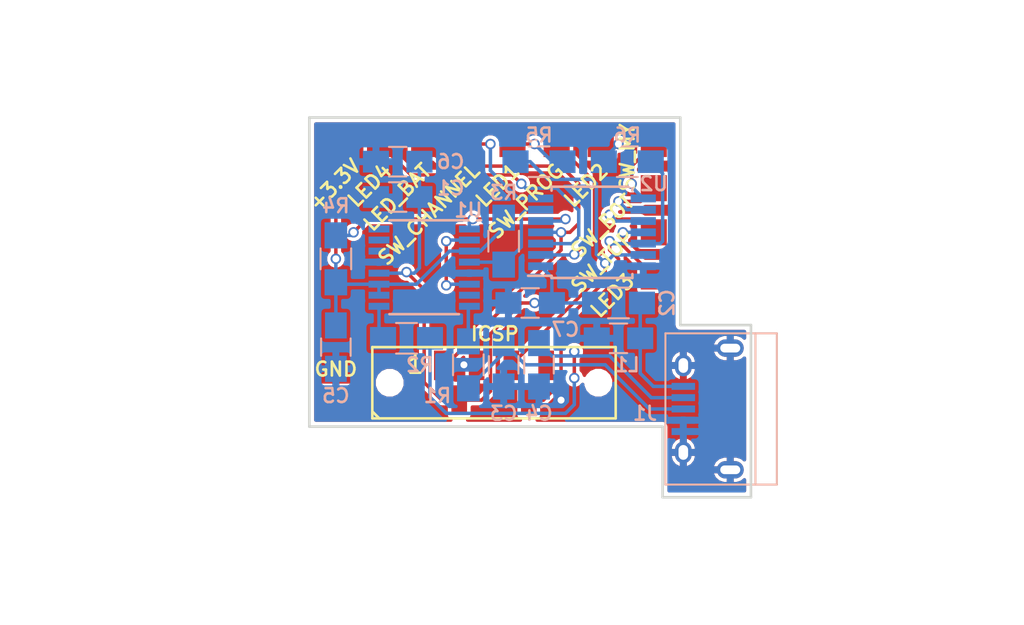
<source format=kicad_pcb>
(kicad_pcb (version 4) (host pcbnew 4.0.7)

  (general
    (links 57)
    (no_connects 0)
    (area 90.194001 101.416 153.138 141.384001)
    (thickness 1.6)
    (drawings 35)
    (tracks 191)
    (zones 0)
    (modules 30)
    (nets 24)
  )

  (page A4)
  (layers
    (0 F.Cu signal)
    (31 B.Cu signal)
    (32 B.Adhes user)
    (33 F.Adhes user)
    (34 B.Paste user)
    (35 F.Paste user)
    (36 B.SilkS user)
    (37 F.SilkS user hide)
    (38 B.Mask user)
    (39 F.Mask user)
    (40 Dwgs.User user)
    (41 Cmts.User user)
    (42 Eco1.User user)
    (43 Eco2.User user)
    (44 Edge.Cuts user)
    (45 Margin user)
    (46 B.CrtYd user)
    (47 F.CrtYd user)
    (48 B.Fab user hide)
    (49 F.Fab user)
  )

  (setup
    (last_trace_width 0.2)
    (trace_clearance 0.2)
    (zone_clearance 0.2)
    (zone_45_only no)
    (trace_min 0.2)
    (segment_width 0.2)
    (edge_width 0.15)
    (via_size 0.6)
    (via_drill 0.4)
    (via_min_size 0.4)
    (via_min_drill 0.3)
    (uvia_size 0.3)
    (uvia_drill 0.1)
    (uvias_allowed no)
    (uvia_min_size 0.2)
    (uvia_min_drill 0.1)
    (pcb_text_width 0.3)
    (pcb_text_size 1.5 1.5)
    (mod_edge_width 0.15)
    (mod_text_size 1 1)
    (mod_text_width 0.15)
    (pad_size 1.524 1.524)
    (pad_drill 0.762)
    (pad_to_mask_clearance 0.2)
    (aux_axis_origin 0 0)
    (visible_elements 7FFFFD7F)
    (pcbplotparams
      (layerselection 0x00030_80000001)
      (usegerberextensions false)
      (excludeedgelayer true)
      (linewidth 0.150000)
      (plotframeref false)
      (viasonmask false)
      (mode 1)
      (useauxorigin false)
      (hpglpennumber 1)
      (hpglpenspeed 20)
      (hpglpendiameter 15)
      (hpglpenoverlay 2)
      (psnegative false)
      (psa4output false)
      (plotreference true)
      (plotvalue true)
      (plotinvisibletext false)
      (padsonsilk false)
      (subtractmaskfromsilk false)
      (outputformat 1)
      (mirror false)
      (drillshape 1)
      (scaleselection 1)
      (outputdirectory ""))
  )

  (net 0 "")
  (net 1 VCC)
  (net 2 GND)
  (net 3 "Net-(C3-Pad1)")
  (net 4 "Net-(C4-Pad1)")
  (net 5 +3V3)
  (net 6 ICSP_VPP)
  (net 7 Somfy_led1)
  (net 8 Somfy_led2)
  (net 9 Somfy_led3)
  (net 10 Somfy_led4)
  (net 11 Somfy_sw_top)
  (net 12 Somfy_sw_my)
  (net 13 Somfy_sw_bottom)
  (net 14 Somfy_sw_channel)
  (net 15 Somfy_sw_prog)
  (net 16 ICSP_DATA)
  (net 17 ICSP_CLK)
  (net 18 "Net-(R1-Pad1)")
  (net 19 "Net-(R2-Pad1)")
  (net 20 "Net-(R3-Pad2)")
  (net 21 "Net-(R4-Pad2)")
  (net 22 "Net-(U1-Pad2)")
  (net 23 /VCC_IN)

  (net_class Default "Ceci est la Netclass par défaut"
    (clearance 0.2)
    (trace_width 0.2)
    (via_dia 0.6)
    (via_drill 0.4)
    (uvia_dia 0.3)
    (uvia_drill 0.1)
    (add_net +3V3)
    (add_net /VCC_IN)
    (add_net GND)
    (add_net ICSP_CLK)
    (add_net ICSP_DATA)
    (add_net ICSP_VPP)
    (add_net "Net-(C3-Pad1)")
    (add_net "Net-(C4-Pad1)")
    (add_net "Net-(R1-Pad1)")
    (add_net "Net-(R2-Pad1)")
    (add_net "Net-(R3-Pad2)")
    (add_net "Net-(R4-Pad2)")
    (add_net "Net-(U1-Pad2)")
    (add_net Somfy_led1)
    (add_net Somfy_led2)
    (add_net Somfy_led3)
    (add_net Somfy_led4)
    (add_net Somfy_sw_bottom)
    (add_net Somfy_sw_channel)
    (add_net Somfy_sw_my)
    (add_net Somfy_sw_prog)
    (add_net Somfy_sw_top)
    (add_net VCC)
  )

  (module "AVX 00-9188 006 receiver:AVX_00-9188_006_receiver" (layer F.Cu) (tedit 5ACDF12D) (tstamp 5ABCCE34)
    (at 115.824 126.492)
    (path /5AAA98B4)
    (fp_text reference J15 (at 3.5 -3.9) (layer F.SilkS) hide
      (effects (font (size 1 1) (thickness 0.15)))
    )
    (fp_text value ICSP (at 3.5 -5.3) (layer F.Fab) hide
      (effects (font (size 1 1) (thickness 0.15)))
    )
    (fp_text user 1 (at -1.524 -2.032) (layer F.SilkS)
      (effects (font (size 1 1) (thickness 0.15)))
    )
    (fp_line (start -4 1.05) (end 10 1.05) (layer F.SilkS) (width 0.15))
    (fp_line (start 10 -3.05) (end -4 -3.05) (layer F.SilkS) (width 0.15))
    (fp_line (start -4 -3.05) (end -4 1.05) (layer F.SilkS) (width 0.15))
    (fp_line (start 10 -3.05) (end 10 1.05) (layer F.SilkS) (width 0.15))
    (fp_line (start -4 0.65) (end -3.6 1.05) (layer F.SilkS) (width 0.15))
    (pad "" np_thru_hole circle (at 9 -1) (size 1.2 1.2) (drill 1.2) (layers *.Cu *.Mask))
    (pad 1 smd rect (at 0 -2) (size 0.9 1.7) (layers F.Cu F.Paste F.Mask)
      (net 6 ICSP_VPP))
    (pad 2 smd rect (at 1 0) (size 0.9 1.7) (layers F.Cu F.Paste F.Mask)
      (net 1 VCC))
    (pad 3 smd rect (at 2 -2) (size 0.9 1.7) (layers F.Cu F.Paste F.Mask)
      (net 2 GND))
    (pad 4 smd rect (at 4 -2) (size 0.9 1.7) (layers F.Cu F.Paste F.Mask)
      (net 16 ICSP_DATA))
    (pad 5 smd rect (at 5 0) (size 0.9 1.7) (layers F.Cu F.Paste F.Mask)
      (net 17 ICSP_CLK))
    (pad 6 smd rect (at 6 -2) (size 0.9 1.7) (layers F.Cu F.Paste F.Mask))
    (pad "" np_thru_hole circle (at -3 -1) (size 1.2 1.2) (drill 1.2) (layers *.Cu *.Mask))
  )

  (module Capacitors_SMD:C_0805_HandSoldering placed (layer B.Cu) (tedit 5ACDF474) (tstamp 5AA91B6C)
    (at 113.284 114.808 180)
    (descr "Capacitor SMD 0805, hand soldering")
    (tags "capacitor 0805")
    (path /5A03AA8A)
    (attr smd)
    (fp_text reference C1 (at -3.048 0.508 180) (layer B.SilkS)
      (effects (font (size 0.8 0.8) (thickness 0.15)) (justify mirror))
    )
    (fp_text value 4.7uF (at 0 -1.75 180) (layer B.Fab) hide
      (effects (font (size 1 1) (thickness 0.15)) (justify mirror))
    )
    (fp_text user %R (at 3.556 1.016 180) (layer B.Fab) hide
      (effects (font (size 1 1) (thickness 0.15)) (justify mirror))
    )
    (fp_line (start -1 -0.62) (end -1 0.62) (layer B.Fab) (width 0.1))
    (fp_line (start 1 -0.62) (end -1 -0.62) (layer B.Fab) (width 0.1))
    (fp_line (start 1 0.62) (end 1 -0.62) (layer B.Fab) (width 0.1))
    (fp_line (start -1 0.62) (end 1 0.62) (layer B.Fab) (width 0.1))
    (fp_line (start 0.5 0.85) (end -0.5 0.85) (layer B.SilkS) (width 0.12))
    (fp_line (start -0.5 -0.85) (end 0.5 -0.85) (layer B.SilkS) (width 0.12))
    (fp_line (start -2.25 0.88) (end 2.25 0.88) (layer B.CrtYd) (width 0.05))
    (fp_line (start -2.25 0.88) (end -2.25 -0.87) (layer B.CrtYd) (width 0.05))
    (fp_line (start 2.25 -0.87) (end 2.25 0.88) (layer B.CrtYd) (width 0.05))
    (fp_line (start 2.25 -0.87) (end -2.25 -0.87) (layer B.CrtYd) (width 0.05))
    (pad 1 smd rect (at -1.25 0 180) (size 1.5 1.25) (layers B.Cu B.Paste B.Mask)
      (net 1 VCC))
    (pad 2 smd rect (at 1.25 0 180) (size 1.5 1.25) (layers B.Cu B.Paste B.Mask)
      (net 2 GND))
    (model Capacitors_SMD.3dshapes/C_0805.wrl
      (at (xyz 0 0 0))
      (scale (xyz 1 1 1))
      (rotate (xyz 0 0 0))
    )
  )

  (module Capacitors_SMD:C_0805_HandSoldering (layer B.Cu) (tedit 5ACDF52A) (tstamp 5AA91B72)
    (at 125.984 122.936 180)
    (descr "Capacitor SMD 0805, hand soldering")
    (tags "capacitor 0805")
    (path /5A038938)
    (attr smd)
    (fp_text reference C2 (at -2.794 2.032 270) (layer B.SilkS)
      (effects (font (size 0.8 0.8) (thickness 0.15)) (justify mirror))
    )
    (fp_text value 10nF (at 0 -1.75 180) (layer B.Fab) hide
      (effects (font (size 1 1) (thickness 0.15)) (justify mirror))
    )
    (fp_text user %R (at 0 1.75 180) (layer B.Fab)
      (effects (font (size 1 1) (thickness 0.15)) (justify mirror))
    )
    (fp_line (start -1 -0.62) (end -1 0.62) (layer B.Fab) (width 0.1))
    (fp_line (start 1 -0.62) (end -1 -0.62) (layer B.Fab) (width 0.1))
    (fp_line (start 1 0.62) (end 1 -0.62) (layer B.Fab) (width 0.1))
    (fp_line (start -1 0.62) (end 1 0.62) (layer B.Fab) (width 0.1))
    (fp_line (start 0.5 0.85) (end -0.5 0.85) (layer B.SilkS) (width 0.12))
    (fp_line (start -0.5 -0.85) (end 0.5 -0.85) (layer B.SilkS) (width 0.12))
    (fp_line (start -2.25 0.88) (end 2.25 0.88) (layer B.CrtYd) (width 0.05))
    (fp_line (start -2.25 0.88) (end -2.25 -0.87) (layer B.CrtYd) (width 0.05))
    (fp_line (start 2.25 -0.87) (end 2.25 0.88) (layer B.CrtYd) (width 0.05))
    (fp_line (start 2.25 -0.87) (end -2.25 -0.87) (layer B.CrtYd) (width 0.05))
    (pad 1 smd rect (at -1.25 0 180) (size 1.5 1.25) (layers B.Cu B.Paste B.Mask)
      (net 23 /VCC_IN))
    (pad 2 smd rect (at 1.25 0 180) (size 1.5 1.25) (layers B.Cu B.Paste B.Mask)
      (net 2 GND))
    (model Capacitors_SMD.3dshapes/C_0805.wrl
      (at (xyz 0 0 0))
      (scale (xyz 1 1 1))
      (rotate (xyz 0 0 0))
    )
  )

  (module Capacitors_SMD:C_0805_HandSoldering (layer B.Cu) (tedit 5ACDF57B) (tstamp 5AA91B78)
    (at 119.38 124.46 270)
    (descr "Capacitor SMD 0805, hand soldering")
    (tags "capacitor 0805")
    (path /5A00EFA7)
    (attr smd)
    (fp_text reference C3 (at 2.794 0 360) (layer B.SilkS)
      (effects (font (size 0.8 0.8) (thickness 0.15)) (justify mirror))
    )
    (fp_text value 47pF (at 0 -1.75 270) (layer B.Fab) hide
      (effects (font (size 1 1) (thickness 0.15)) (justify mirror))
    )
    (fp_text user %R (at 0 1.75 270) (layer B.Fab)
      (effects (font (size 1 1) (thickness 0.15)) (justify mirror))
    )
    (fp_line (start -1 -0.62) (end -1 0.62) (layer B.Fab) (width 0.1))
    (fp_line (start 1 -0.62) (end -1 -0.62) (layer B.Fab) (width 0.1))
    (fp_line (start 1 0.62) (end 1 -0.62) (layer B.Fab) (width 0.1))
    (fp_line (start -1 0.62) (end 1 0.62) (layer B.Fab) (width 0.1))
    (fp_line (start 0.5 0.85) (end -0.5 0.85) (layer B.SilkS) (width 0.12))
    (fp_line (start -0.5 -0.85) (end 0.5 -0.85) (layer B.SilkS) (width 0.12))
    (fp_line (start -2.25 0.88) (end 2.25 0.88) (layer B.CrtYd) (width 0.05))
    (fp_line (start -2.25 0.88) (end -2.25 -0.87) (layer B.CrtYd) (width 0.05))
    (fp_line (start 2.25 -0.87) (end 2.25 0.88) (layer B.CrtYd) (width 0.05))
    (fp_line (start 2.25 -0.87) (end -2.25 -0.87) (layer B.CrtYd) (width 0.05))
    (pad 1 smd rect (at -1.25 0 270) (size 1.5 1.25) (layers B.Cu B.Paste B.Mask)
      (net 3 "Net-(C3-Pad1)"))
    (pad 2 smd rect (at 1.25 0 270) (size 1.5 1.25) (layers B.Cu B.Paste B.Mask)
      (net 2 GND))
    (model Capacitors_SMD.3dshapes/C_0805.wrl
      (at (xyz 0 0 0))
      (scale (xyz 1 1 1))
      (rotate (xyz 0 0 0))
    )
  )

  (module Capacitors_SMD:C_0805_HandSoldering (layer B.Cu) (tedit 5ACDF56D) (tstamp 5AA91B7E)
    (at 121.412 124.46 270)
    (descr "Capacitor SMD 0805, hand soldering")
    (tags "capacitor 0805")
    (path /59F88552)
    (attr smd)
    (fp_text reference C4 (at 2.794 0 540) (layer B.SilkS)
      (effects (font (size 0.8 0.8) (thickness 0.15)) (justify mirror))
    )
    (fp_text value 47pF (at 0 -1.75 270) (layer B.Fab) hide
      (effects (font (size 1 1) (thickness 0.15)) (justify mirror))
    )
    (fp_text user %R (at 0 1.75 270) (layer B.Fab)
      (effects (font (size 1 1) (thickness 0.15)) (justify mirror))
    )
    (fp_line (start -1 -0.62) (end -1 0.62) (layer B.Fab) (width 0.1))
    (fp_line (start 1 -0.62) (end -1 -0.62) (layer B.Fab) (width 0.1))
    (fp_line (start 1 0.62) (end 1 -0.62) (layer B.Fab) (width 0.1))
    (fp_line (start -1 0.62) (end 1 0.62) (layer B.Fab) (width 0.1))
    (fp_line (start 0.5 0.85) (end -0.5 0.85) (layer B.SilkS) (width 0.12))
    (fp_line (start -0.5 -0.85) (end 0.5 -0.85) (layer B.SilkS) (width 0.12))
    (fp_line (start -2.25 0.88) (end 2.25 0.88) (layer B.CrtYd) (width 0.05))
    (fp_line (start -2.25 0.88) (end -2.25 -0.87) (layer B.CrtYd) (width 0.05))
    (fp_line (start 2.25 -0.87) (end 2.25 0.88) (layer B.CrtYd) (width 0.05))
    (fp_line (start 2.25 -0.87) (end -2.25 -0.87) (layer B.CrtYd) (width 0.05))
    (pad 1 smd rect (at -1.25 0 270) (size 1.5 1.25) (layers B.Cu B.Paste B.Mask)
      (net 4 "Net-(C4-Pad1)"))
    (pad 2 smd rect (at 1.25 0 270) (size 1.5 1.25) (layers B.Cu B.Paste B.Mask)
      (net 2 GND))
    (model Capacitors_SMD.3dshapes/C_0805.wrl
      (at (xyz 0 0 0))
      (scale (xyz 1 1 1))
      (rotate (xyz 0 0 0))
    )
  )

  (module Capacitors_SMD:C_0805_HandSoldering (layer B.Cu) (tedit 5ACDF5A8) (tstamp 5AA91B84)
    (at 109.728 123.444 270)
    (descr "Capacitor SMD 0805, hand soldering")
    (tags "capacitor 0805")
    (path /5A0398D1)
    (attr smd)
    (fp_text reference C5 (at 2.794 0 360) (layer B.SilkS)
      (effects (font (size 0.8 0.8) (thickness 0.15)) (justify mirror))
    )
    (fp_text value 100nF (at 0 -1.75 270) (layer B.Fab) hide
      (effects (font (size 1 1) (thickness 0.15)) (justify mirror))
    )
    (fp_text user %R (at 2.794 0 360) (layer B.Fab) hide
      (effects (font (size 0.8 0.8) (thickness 0.15)) (justify mirror))
    )
    (fp_line (start -1 -0.62) (end -1 0.62) (layer B.Fab) (width 0.1))
    (fp_line (start 1 -0.62) (end -1 -0.62) (layer B.Fab) (width 0.1))
    (fp_line (start 1 0.62) (end 1 -0.62) (layer B.Fab) (width 0.1))
    (fp_line (start -1 0.62) (end 1 0.62) (layer B.Fab) (width 0.1))
    (fp_line (start 0.5 0.85) (end -0.5 0.85) (layer B.SilkS) (width 0.12))
    (fp_line (start -0.5 -0.85) (end 0.5 -0.85) (layer B.SilkS) (width 0.12))
    (fp_line (start -2.25 0.88) (end 2.25 0.88) (layer B.CrtYd) (width 0.05))
    (fp_line (start -2.25 0.88) (end -2.25 -0.87) (layer B.CrtYd) (width 0.05))
    (fp_line (start 2.25 -0.87) (end 2.25 0.88) (layer B.CrtYd) (width 0.05))
    (fp_line (start 2.25 -0.87) (end -2.25 -0.87) (layer B.CrtYd) (width 0.05))
    (pad 1 smd rect (at -1.25 0 270) (size 1.5 1.25) (layers B.Cu B.Paste B.Mask)
      (net 5 +3V3))
    (pad 2 smd rect (at 1.25 0 270) (size 1.5 1.25) (layers B.Cu B.Paste B.Mask)
      (net 2 GND))
    (model Capacitors_SMD.3dshapes/C_0805.wrl
      (at (xyz 0 0 0))
      (scale (xyz 1 1 1))
      (rotate (xyz 0 0 0))
    )
  )

  (module Capacitors_SMD:C_0805_HandSoldering (layer B.Cu) (tedit 5ACDF467) (tstamp 5AA91B8A)
    (at 113.284 112.776 180)
    (descr "Capacitor SMD 0805, hand soldering")
    (tags "capacitor 0805")
    (path /5A03A607)
    (attr smd)
    (fp_text reference C6 (at -3.048 0 180) (layer B.SilkS)
      (effects (font (size 0.8 0.8) (thickness 0.15)) (justify mirror))
    )
    (fp_text value 100nF (at 0 -1.75 180) (layer B.Fab) hide
      (effects (font (size 1 1) (thickness 0.15)) (justify mirror))
    )
    (fp_text user %R (at 0 1.75 180) (layer B.Fab)
      (effects (font (size 1 1) (thickness 0.15)) (justify mirror))
    )
    (fp_line (start -1 -0.62) (end -1 0.62) (layer B.Fab) (width 0.1))
    (fp_line (start 1 -0.62) (end -1 -0.62) (layer B.Fab) (width 0.1))
    (fp_line (start 1 0.62) (end 1 -0.62) (layer B.Fab) (width 0.1))
    (fp_line (start -1 0.62) (end 1 0.62) (layer B.Fab) (width 0.1))
    (fp_line (start 0.5 0.85) (end -0.5 0.85) (layer B.SilkS) (width 0.12))
    (fp_line (start -0.5 -0.85) (end 0.5 -0.85) (layer B.SilkS) (width 0.12))
    (fp_line (start -2.25 0.88) (end 2.25 0.88) (layer B.CrtYd) (width 0.05))
    (fp_line (start -2.25 0.88) (end -2.25 -0.87) (layer B.CrtYd) (width 0.05))
    (fp_line (start 2.25 -0.87) (end 2.25 0.88) (layer B.CrtYd) (width 0.05))
    (fp_line (start 2.25 -0.87) (end -2.25 -0.87) (layer B.CrtYd) (width 0.05))
    (pad 1 smd rect (at -1.25 0 180) (size 1.5 1.25) (layers B.Cu B.Paste B.Mask)
      (net 1 VCC))
    (pad 2 smd rect (at 1.25 0 180) (size 1.5 1.25) (layers B.Cu B.Paste B.Mask)
      (net 2 GND))
    (model Capacitors_SMD.3dshapes/C_0805.wrl
      (at (xyz 0 0 0))
      (scale (xyz 1 1 1))
      (rotate (xyz 0 0 0))
    )
  )

  (module Capacitors_SMD:C_0805_HandSoldering (layer B.Cu) (tedit 5ACDF541) (tstamp 5AA91B90)
    (at 120.904 120.904)
    (descr "Capacitor SMD 0805, hand soldering")
    (tags "capacitor 0805")
    (path /59FB5762)
    (attr smd)
    (fp_text reference C7 (at 2.032 1.524) (layer B.SilkS)
      (effects (font (size 0.8 0.8) (thickness 0.15)) (justify mirror))
    )
    (fp_text value 100nF (at 0 -1.75) (layer B.Fab) hide
      (effects (font (size 1 1) (thickness 0.15)) (justify mirror))
    )
    (fp_text user %R (at 0 1.75) (layer B.Fab)
      (effects (font (size 1 1) (thickness 0.15)) (justify mirror))
    )
    (fp_line (start -1 -0.62) (end -1 0.62) (layer B.Fab) (width 0.1))
    (fp_line (start 1 -0.62) (end -1 -0.62) (layer B.Fab) (width 0.1))
    (fp_line (start 1 0.62) (end 1 -0.62) (layer B.Fab) (width 0.1))
    (fp_line (start -1 0.62) (end 1 0.62) (layer B.Fab) (width 0.1))
    (fp_line (start 0.5 0.85) (end -0.5 0.85) (layer B.SilkS) (width 0.12))
    (fp_line (start -0.5 -0.85) (end 0.5 -0.85) (layer B.SilkS) (width 0.12))
    (fp_line (start -2.25 0.88) (end 2.25 0.88) (layer B.CrtYd) (width 0.05))
    (fp_line (start -2.25 0.88) (end -2.25 -0.87) (layer B.CrtYd) (width 0.05))
    (fp_line (start 2.25 -0.87) (end 2.25 0.88) (layer B.CrtYd) (width 0.05))
    (fp_line (start 2.25 -0.87) (end -2.25 -0.87) (layer B.CrtYd) (width 0.05))
    (pad 1 smd rect (at -1.25 0) (size 1.5 1.25) (layers B.Cu B.Paste B.Mask)
      (net 2 GND))
    (pad 2 smd rect (at 1.25 0) (size 1.5 1.25) (layers B.Cu B.Paste B.Mask)
      (net 1 VCC))
    (model Capacitors_SMD.3dshapes/C_0805.wrl
      (at (xyz 0 0 0))
      (scale (xyz 1 1 1))
      (rotate (xyz 0 0 0))
    )
  )

  (module Connectors:USB_Micro-B (layer B.Cu) (tedit 5ACDF50C) (tstamp 5AA91B9D)
    (at 131.064 127 270)
    (descr "Micro USB Type B Receptacle")
    (tags "USB USB_B USB_micro USB_OTG")
    (path /59F865FD)
    (attr smd)
    (fp_text reference J1 (at 0.254 3.556 360) (layer B.SilkS)
      (effects (font (size 0.8 0.8) (thickness 0.15)) (justify mirror))
    )
    (fp_text value USB_OTG (at 0 -5.01 270) (layer B.Fab) hide
      (effects (font (size 1 1) (thickness 0.15)) (justify mirror))
    )
    (fp_line (start -4.6 2.59) (end 4.6 2.59) (layer B.CrtYd) (width 0.05))
    (fp_line (start 4.6 2.59) (end 4.6 -4.26) (layer B.CrtYd) (width 0.05))
    (fp_line (start 4.6 -4.26) (end -4.6 -4.26) (layer B.CrtYd) (width 0.05))
    (fp_line (start -4.6 -4.26) (end -4.6 2.59) (layer B.CrtYd) (width 0.05))
    (fp_line (start -4.35 -4.03) (end 4.35 -4.03) (layer B.SilkS) (width 0.12))
    (fp_line (start -4.35 2.38) (end 4.35 2.38) (layer B.SilkS) (width 0.12))
    (fp_line (start 4.35 2.38) (end 4.35 -4.03) (layer B.SilkS) (width 0.12))
    (fp_line (start 4.35 -2.8) (end -4.35 -2.8) (layer B.SilkS) (width 0.12))
    (fp_line (start -4.35 -4.03) (end -4.35 2.38) (layer B.SilkS) (width 0.12))
    (pad 1 smd rect (at -1.3 1.35 180) (size 1.35 0.4) (layers B.Cu B.Paste B.Mask)
      (net 23 /VCC_IN))
    (pad 2 smd rect (at -0.65 1.35 180) (size 1.35 0.4) (layers B.Cu B.Paste B.Mask)
      (net 4 "Net-(C4-Pad1)"))
    (pad 3 smd rect (at 0 1.35 180) (size 1.35 0.4) (layers B.Cu B.Paste B.Mask)
      (net 3 "Net-(C3-Pad1)"))
    (pad 4 smd rect (at 0.65 1.35 180) (size 1.35 0.4) (layers B.Cu B.Paste B.Mask)
      (net 2 GND))
    (pad 5 smd rect (at 1.3 1.35 180) (size 1.35 0.4) (layers B.Cu B.Paste B.Mask)
      (net 2 GND))
    (pad 6 thru_hole oval (at -2.5 1.35 180) (size 0.95 1.25) (drill oval 0.55 0.85) (layers *.Cu *.Mask)
      (net 2 GND))
    (pad 6 thru_hole oval (at 2.5 1.35 180) (size 0.95 1.25) (drill oval 0.55 0.85) (layers *.Cu *.Mask)
      (net 2 GND))
    (pad 6 thru_hole oval (at -3.5 -1.35 180) (size 1.55 1) (drill oval 1.15 0.5) (layers *.Cu *.Mask)
      (net 2 GND))
    (pad 6 thru_hole oval (at 3.5 -1.35 180) (size 1.55 1) (drill oval 1.15 0.5) (layers *.Cu *.Mask)
      (net 2 GND))
  )

  (module Inductors_SMD:L_0805_HandSoldering (layer B.Cu) (tedit 5ACDF534) (tstamp 5AA91BDF)
    (at 125.984 120.904)
    (descr "Resistor SMD 0805, hand soldering")
    (tags "resistor 0805")
    (path /5A0374A6)
    (attr smd)
    (fp_text reference L1 (at 0.508 3.556) (layer B.SilkS)
      (effects (font (size 0.8 0.8) (thickness 0.15)) (justify mirror))
    )
    (fp_text value Ferrite_Bead (at 0 -2.1) (layer B.Fab) hide
      (effects (font (size 1 1) (thickness 0.15)) (justify mirror))
    )
    (fp_text user %R (at 0 0) (layer B.Fab)
      (effects (font (size 0.5 0.5) (thickness 0.075)) (justify mirror))
    )
    (fp_line (start -1 -0.62) (end -1 0.62) (layer B.Fab) (width 0.1))
    (fp_line (start 1 -0.62) (end -1 -0.62) (layer B.Fab) (width 0.1))
    (fp_line (start 1 0.62) (end 1 -0.62) (layer B.Fab) (width 0.1))
    (fp_line (start -1 0.62) (end 1 0.62) (layer B.Fab) (width 0.1))
    (fp_line (start -2.4 1) (end 2.4 1) (layer B.CrtYd) (width 0.05))
    (fp_line (start -2.4 -1) (end 2.4 -1) (layer B.CrtYd) (width 0.05))
    (fp_line (start -2.4 1) (end -2.4 -1) (layer B.CrtYd) (width 0.05))
    (fp_line (start 2.4 1) (end 2.4 -1) (layer B.CrtYd) (width 0.05))
    (fp_line (start 0.6 -0.88) (end -0.6 -0.88) (layer B.SilkS) (width 0.12))
    (fp_line (start -0.6 0.88) (end 0.6 0.88) (layer B.SilkS) (width 0.12))
    (pad 1 smd rect (at -1.35 0) (size 1.5 1.3) (layers B.Cu B.Paste B.Mask)
      (net 1 VCC))
    (pad 2 smd rect (at 1.35 0) (size 1.5 1.3) (layers B.Cu B.Paste B.Mask)
      (net 23 /VCC_IN))
    (model ${KISYS3DMOD}/Inductors_SMD.3dshapes/L_0805.wrl
      (at (xyz 0 0 0))
      (scale (xyz 1 1 1))
      (rotate (xyz 0 0 0))
    )
  )

  (module Resistors_SMD:R_0805_HandSoldering (layer B.Cu) (tedit 5ACDF589) (tstamp 5AA91BEF)
    (at 117.348 124.46 270)
    (descr "Resistor SMD 0805, hand soldering")
    (tags "resistor 0805")
    (path /5A0366E7)
    (attr smd)
    (fp_text reference R1 (at 1.778 1.778 360) (layer B.SilkS)
      (effects (font (size 0.8 0.8) (thickness 0.15)) (justify mirror))
    )
    (fp_text value 27 (at 0 -1.75 270) (layer B.Fab) hide
      (effects (font (size 1 1) (thickness 0.15)) (justify mirror))
    )
    (fp_text user %R (at 0 0 270) (layer B.Fab)
      (effects (font (size 0.5 0.5) (thickness 0.075)) (justify mirror))
    )
    (fp_line (start -1 -0.62) (end -1 0.62) (layer B.Fab) (width 0.1))
    (fp_line (start 1 -0.62) (end -1 -0.62) (layer B.Fab) (width 0.1))
    (fp_line (start 1 0.62) (end 1 -0.62) (layer B.Fab) (width 0.1))
    (fp_line (start -1 0.62) (end 1 0.62) (layer B.Fab) (width 0.1))
    (fp_line (start 0.6 -0.88) (end -0.6 -0.88) (layer B.SilkS) (width 0.12))
    (fp_line (start -0.6 0.88) (end 0.6 0.88) (layer B.SilkS) (width 0.12))
    (fp_line (start -2.35 0.9) (end 2.35 0.9) (layer B.CrtYd) (width 0.05))
    (fp_line (start -2.35 0.9) (end -2.35 -0.9) (layer B.CrtYd) (width 0.05))
    (fp_line (start 2.35 -0.9) (end 2.35 0.9) (layer B.CrtYd) (width 0.05))
    (fp_line (start 2.35 -0.9) (end -2.35 -0.9) (layer B.CrtYd) (width 0.05))
    (pad 1 smd rect (at -1.35 0 270) (size 1.5 1.3) (layers B.Cu B.Paste B.Mask)
      (net 18 "Net-(R1-Pad1)"))
    (pad 2 smd rect (at 1.35 0 270) (size 1.5 1.3) (layers B.Cu B.Paste B.Mask)
      (net 3 "Net-(C3-Pad1)"))
    (model ${KISYS3DMOD}/Resistors_SMD.3dshapes/R_0805.wrl
      (at (xyz 0 0 0))
      (scale (xyz 1 1 1))
      (rotate (xyz 0 0 0))
    )
  )

  (module Resistors_SMD:R_0805_HandSoldering (layer B.Cu) (tedit 5ACDF59B) (tstamp 5AA91BF5)
    (at 113.792 122.936)
    (descr "Resistor SMD 0805, hand soldering")
    (tags "resistor 0805")
    (path /5A036A65)
    (attr smd)
    (fp_text reference R2 (at 0.762 1.524) (layer B.SilkS)
      (effects (font (size 0.8 0.8) (thickness 0.15)) (justify mirror))
    )
    (fp_text value 27 (at 0 -1.75) (layer B.Fab) hide
      (effects (font (size 1 1) (thickness 0.15)) (justify mirror))
    )
    (fp_text user %R (at 0 0) (layer B.Fab)
      (effects (font (size 0.5 0.5) (thickness 0.075)) (justify mirror))
    )
    (fp_line (start -1 -0.62) (end -1 0.62) (layer B.Fab) (width 0.1))
    (fp_line (start 1 -0.62) (end -1 -0.62) (layer B.Fab) (width 0.1))
    (fp_line (start 1 0.62) (end 1 -0.62) (layer B.Fab) (width 0.1))
    (fp_line (start -1 0.62) (end 1 0.62) (layer B.Fab) (width 0.1))
    (fp_line (start 0.6 -0.88) (end -0.6 -0.88) (layer B.SilkS) (width 0.12))
    (fp_line (start -0.6 0.88) (end 0.6 0.88) (layer B.SilkS) (width 0.12))
    (fp_line (start -2.35 0.9) (end 2.35 0.9) (layer B.CrtYd) (width 0.05))
    (fp_line (start -2.35 0.9) (end -2.35 -0.9) (layer B.CrtYd) (width 0.05))
    (fp_line (start 2.35 -0.9) (end 2.35 0.9) (layer B.CrtYd) (width 0.05))
    (fp_line (start 2.35 -0.9) (end -2.35 -0.9) (layer B.CrtYd) (width 0.05))
    (pad 1 smd rect (at -1.35 0) (size 1.5 1.3) (layers B.Cu B.Paste B.Mask)
      (net 19 "Net-(R2-Pad1)"))
    (pad 2 smd rect (at 1.35 0) (size 1.5 1.3) (layers B.Cu B.Paste B.Mask)
      (net 4 "Net-(C4-Pad1)"))
    (model ${KISYS3DMOD}/Resistors_SMD.3dshapes/R_0805.wrl
      (at (xyz 0 0 0))
      (scale (xyz 1 1 1))
      (rotate (xyz 0 0 0))
    )
  )

  (module Resistors_SMD:R_0805_HandSoldering (layer B.Cu) (tedit 5ACDF498) (tstamp 5AA91BFB)
    (at 119.38 117.348 270)
    (descr "Resistor SMD 0805, hand soldering")
    (tags "resistor 0805")
    (path /5A03D8BD)
    (attr smd)
    (fp_text reference R3 (at -2.794 0 360) (layer B.SilkS)
      (effects (font (size 0.8 0.8) (thickness 0.15)) (justify mirror))
    )
    (fp_text value 10k (at 0 -1.75 270) (layer B.Fab) hide
      (effects (font (size 1 1) (thickness 0.15)) (justify mirror))
    )
    (fp_text user %R (at 0 0 270) (layer B.Fab)
      (effects (font (size 0.5 0.5) (thickness 0.075)) (justify mirror))
    )
    (fp_line (start -1 -0.62) (end -1 0.62) (layer B.Fab) (width 0.1))
    (fp_line (start 1 -0.62) (end -1 -0.62) (layer B.Fab) (width 0.1))
    (fp_line (start 1 0.62) (end 1 -0.62) (layer B.Fab) (width 0.1))
    (fp_line (start -1 0.62) (end 1 0.62) (layer B.Fab) (width 0.1))
    (fp_line (start 0.6 -0.88) (end -0.6 -0.88) (layer B.SilkS) (width 0.12))
    (fp_line (start -0.6 0.88) (end 0.6 0.88) (layer B.SilkS) (width 0.12))
    (fp_line (start -2.35 0.9) (end 2.35 0.9) (layer B.CrtYd) (width 0.05))
    (fp_line (start -2.35 0.9) (end -2.35 -0.9) (layer B.CrtYd) (width 0.05))
    (fp_line (start 2.35 -0.9) (end 2.35 0.9) (layer B.CrtYd) (width 0.05))
    (fp_line (start 2.35 -0.9) (end -2.35 -0.9) (layer B.CrtYd) (width 0.05))
    (pad 1 smd rect (at -1.35 0 270) (size 1.5 1.3) (layers B.Cu B.Paste B.Mask)
      (net 5 +3V3))
    (pad 2 smd rect (at 1.35 0 270) (size 1.5 1.3) (layers B.Cu B.Paste B.Mask)
      (net 20 "Net-(R3-Pad2)"))
    (model ${KISYS3DMOD}/Resistors_SMD.3dshapes/R_0805.wrl
      (at (xyz 0 0 0))
      (scale (xyz 1 1 1))
      (rotate (xyz 0 0 0))
    )
  )

  (module Resistors_SMD:R_0805_HandSoldering (layer B.Cu) (tedit 5ACDF3DE) (tstamp 5AA91C01)
    (at 109.728 118.364 90)
    (descr "Resistor SMD 0805, hand soldering")
    (tags "resistor 0805")
    (path /5A03DEB1)
    (attr smd)
    (fp_text reference R4 (at 3.048 0 180) (layer B.SilkS)
      (effects (font (size 0.8 0.8) (thickness 0.15)) (justify mirror))
    )
    (fp_text value 10k (at 0 -1.75 90) (layer B.Fab) hide
      (effects (font (size 1 1) (thickness 0.15)) (justify mirror))
    )
    (fp_text user %R (at 2.794 0 180) (layer B.Fab) hide
      (effects (font (size 0.8 0.8) (thickness 0.15)) (justify mirror))
    )
    (fp_line (start -1 -0.62) (end -1 0.62) (layer B.Fab) (width 0.1))
    (fp_line (start 1 -0.62) (end -1 -0.62) (layer B.Fab) (width 0.1))
    (fp_line (start 1 0.62) (end 1 -0.62) (layer B.Fab) (width 0.1))
    (fp_line (start -1 0.62) (end 1 0.62) (layer B.Fab) (width 0.1))
    (fp_line (start 0.6 -0.88) (end -0.6 -0.88) (layer B.SilkS) (width 0.12))
    (fp_line (start -0.6 0.88) (end 0.6 0.88) (layer B.SilkS) (width 0.12))
    (fp_line (start -2.35 0.9) (end 2.35 0.9) (layer B.CrtYd) (width 0.05))
    (fp_line (start -2.35 0.9) (end -2.35 -0.9) (layer B.CrtYd) (width 0.05))
    (fp_line (start 2.35 -0.9) (end 2.35 0.9) (layer B.CrtYd) (width 0.05))
    (fp_line (start 2.35 -0.9) (end -2.35 -0.9) (layer B.CrtYd) (width 0.05))
    (pad 1 smd rect (at -1.35 0 90) (size 1.5 1.3) (layers B.Cu B.Paste B.Mask)
      (net 5 +3V3))
    (pad 2 smd rect (at 1.35 0 90) (size 1.5 1.3) (layers B.Cu B.Paste B.Mask)
      (net 21 "Net-(R4-Pad2)"))
    (model ${KISYS3DMOD}/Resistors_SMD.3dshapes/R_0805.wrl
      (at (xyz 0 0 0))
      (scale (xyz 1 1 1))
      (rotate (xyz 0 0 0))
    )
  )

  (module Resistors_SMD:R_0805_HandSoldering (layer B.Cu) (tedit 5ACDF4F3) (tstamp 5AA91C07)
    (at 121.412 112.776 180)
    (descr "Resistor SMD 0805, hand soldering")
    (tags "resistor 0805")
    (path /59FB4FD2)
    (attr smd)
    (fp_text reference R5 (at 0 1.524 180) (layer B.SilkS)
      (effects (font (size 0.8 0.8) (thickness 0.15)) (justify mirror))
    )
    (fp_text value 100 (at 0 -1.75 180) (layer B.Fab) hide
      (effects (font (size 1 1) (thickness 0.15)) (justify mirror))
    )
    (fp_text user %R (at 0 0 180) (layer B.Fab)
      (effects (font (size 0.5 0.5) (thickness 0.075)) (justify mirror))
    )
    (fp_line (start -1 -0.62) (end -1 0.62) (layer B.Fab) (width 0.1))
    (fp_line (start 1 -0.62) (end -1 -0.62) (layer B.Fab) (width 0.1))
    (fp_line (start 1 0.62) (end 1 -0.62) (layer B.Fab) (width 0.1))
    (fp_line (start -1 0.62) (end 1 0.62) (layer B.Fab) (width 0.1))
    (fp_line (start 0.6 -0.88) (end -0.6 -0.88) (layer B.SilkS) (width 0.12))
    (fp_line (start -0.6 0.88) (end 0.6 0.88) (layer B.SilkS) (width 0.12))
    (fp_line (start -2.35 0.9) (end 2.35 0.9) (layer B.CrtYd) (width 0.05))
    (fp_line (start -2.35 0.9) (end -2.35 -0.9) (layer B.CrtYd) (width 0.05))
    (fp_line (start 2.35 -0.9) (end 2.35 0.9) (layer B.CrtYd) (width 0.05))
    (fp_line (start 2.35 -0.9) (end -2.35 -0.9) (layer B.CrtYd) (width 0.05))
    (pad 1 smd rect (at -1.35 0 180) (size 1.5 1.3) (layers B.Cu B.Paste B.Mask)
      (net 7 Somfy_led1))
    (pad 2 smd rect (at 1.35 0 180) (size 1.5 1.3) (layers B.Cu B.Paste B.Mask)
      (net 16 ICSP_DATA))
    (model ${KISYS3DMOD}/Resistors_SMD.3dshapes/R_0805.wrl
      (at (xyz 0 0 0))
      (scale (xyz 1 1 1))
      (rotate (xyz 0 0 0))
    )
  )

  (module Resistors_SMD:R_0805_HandSoldering (layer B.Cu) (tedit 5ACDF4FE) (tstamp 5AA91C0D)
    (at 126.492 112.776)
    (descr "Resistor SMD 0805, hand soldering")
    (tags "resistor 0805")
    (path /59FB766C)
    (attr smd)
    (fp_text reference R6 (at 0 -1.524) (layer B.SilkS)
      (effects (font (size 0.8 0.8) (thickness 0.15)) (justify mirror))
    )
    (fp_text value 100 (at 0 -1.75) (layer B.Fab) hide
      (effects (font (size 1 1) (thickness 0.15)) (justify mirror))
    )
    (fp_text user %R (at 0 0) (layer B.Fab)
      (effects (font (size 0.5 0.5) (thickness 0.075)) (justify mirror))
    )
    (fp_line (start -1 -0.62) (end -1 0.62) (layer B.Fab) (width 0.1))
    (fp_line (start 1 -0.62) (end -1 -0.62) (layer B.Fab) (width 0.1))
    (fp_line (start 1 0.62) (end 1 -0.62) (layer B.Fab) (width 0.1))
    (fp_line (start -1 0.62) (end 1 0.62) (layer B.Fab) (width 0.1))
    (fp_line (start 0.6 -0.88) (end -0.6 -0.88) (layer B.SilkS) (width 0.12))
    (fp_line (start -0.6 0.88) (end 0.6 0.88) (layer B.SilkS) (width 0.12))
    (fp_line (start -2.35 0.9) (end 2.35 0.9) (layer B.CrtYd) (width 0.05))
    (fp_line (start -2.35 0.9) (end -2.35 -0.9) (layer B.CrtYd) (width 0.05))
    (fp_line (start 2.35 -0.9) (end 2.35 0.9) (layer B.CrtYd) (width 0.05))
    (fp_line (start 2.35 -0.9) (end -2.35 -0.9) (layer B.CrtYd) (width 0.05))
    (pad 1 smd rect (at -1.35 0) (size 1.5 1.3) (layers B.Cu B.Paste B.Mask)
      (net 8 Somfy_led2))
    (pad 2 smd rect (at 1.35 0) (size 1.5 1.3) (layers B.Cu B.Paste B.Mask)
      (net 17 ICSP_CLK))
    (model ${KISYS3DMOD}/Resistors_SMD.3dshapes/R_0805.wrl
      (at (xyz 0 0 0))
      (scale (xyz 1 1 1))
      (rotate (xyz 0 0 0))
    )
  )

  (module Housings_SSOP:SSOP-16_3.9x4.9mm_Pitch0.635mm (layer B.Cu) (tedit 5ACDF45A) (tstamp 5AA91C21)
    (at 114.808 118.872 180)
    (descr "SSOP16: plastic shrink small outline package; 16 leads; body width 3.9 mm; lead pitch 0.635; (see NXP SSOP-TSSOP-VSO-REFLOW.pdf and sot519-1_po.pdf)")
    (tags "SSOP 0.635")
    (path /5A031EF0)
    (attr smd)
    (fp_text reference U1 (at -2.54 3.302 180) (layer B.SilkS)
      (effects (font (size 0.8 0.8) (thickness 0.15)) (justify mirror))
    )
    (fp_text value FT230X (at 0 -3.5 180) (layer B.Fab) hide
      (effects (font (size 1 1) (thickness 0.15)) (justify mirror))
    )
    (fp_line (start -0.95 2.45) (end 1.95 2.45) (layer B.Fab) (width 0.15))
    (fp_line (start 1.95 2.45) (end 1.95 -2.45) (layer B.Fab) (width 0.15))
    (fp_line (start 1.95 -2.45) (end -1.95 -2.45) (layer B.Fab) (width 0.15))
    (fp_line (start -1.95 -2.45) (end -1.95 1.45) (layer B.Fab) (width 0.15))
    (fp_line (start -1.95 1.45) (end -0.95 2.45) (layer B.Fab) (width 0.15))
    (fp_line (start -3.45 2.85) (end -3.45 -2.8) (layer B.CrtYd) (width 0.05))
    (fp_line (start 3.45 2.85) (end 3.45 -2.8) (layer B.CrtYd) (width 0.05))
    (fp_line (start -3.45 2.85) (end 3.45 2.85) (layer B.CrtYd) (width 0.05))
    (fp_line (start -3.45 -2.8) (end 3.45 -2.8) (layer B.CrtYd) (width 0.05))
    (fp_line (start -2 -2.675) (end 2 -2.675) (layer B.SilkS) (width 0.15))
    (fp_line (start -3.275 2.725) (end 2 2.725) (layer B.SilkS) (width 0.15))
    (fp_text user %R (at 0 0 180) (layer B.Fab)
      (effects (font (size 0.8 0.8) (thickness 0.15)) (justify mirror))
    )
    (pad 1 smd rect (at -2.6 2.2225 180) (size 1.2 0.4) (layers B.Cu B.Paste B.Mask)
      (net 21 "Net-(R4-Pad2)"))
    (pad 2 smd rect (at -2.6 1.5875 180) (size 1.2 0.4) (layers B.Cu B.Paste B.Mask)
      (net 22 "Net-(U1-Pad2)"))
    (pad 3 smd rect (at -2.6 0.9525 180) (size 1.2 0.4) (layers B.Cu B.Paste B.Mask)
      (net 5 +3V3))
    (pad 4 smd rect (at -2.6 0.3175 180) (size 1.2 0.4) (layers B.Cu B.Paste B.Mask)
      (net 20 "Net-(R3-Pad2)"))
    (pad 5 smd rect (at -2.6 -0.3175 180) (size 1.2 0.4) (layers B.Cu B.Paste B.Mask)
      (net 2 GND))
    (pad 6 smd rect (at -2.6 -0.9525 180) (size 1.2 0.4) (layers B.Cu B.Paste B.Mask)
      (net 22 "Net-(U1-Pad2)"))
    (pad 7 smd rect (at -2.6 -1.5875 180) (size 1.2 0.4) (layers B.Cu B.Paste B.Mask))
    (pad 8 smd rect (at -2.6 -2.2225 180) (size 1.2 0.4) (layers B.Cu B.Paste B.Mask)
      (net 18 "Net-(R1-Pad1)"))
    (pad 9 smd rect (at 2.6 -2.2225 180) (size 1.2 0.4) (layers B.Cu B.Paste B.Mask)
      (net 19 "Net-(R2-Pad1)"))
    (pad 10 smd rect (at 2.6 -1.5875 180) (size 1.2 0.4) (layers B.Cu B.Paste B.Mask)
      (net 5 +3V3))
    (pad 11 smd rect (at 2.6 -0.9525 180) (size 1.2 0.4) (layers B.Cu B.Paste B.Mask)
      (net 5 +3V3))
    (pad 12 smd rect (at 2.6 -0.3175 180) (size 1.2 0.4) (layers B.Cu B.Paste B.Mask)
      (net 1 VCC))
    (pad 13 smd rect (at 2.6 0.3175 180) (size 1.2 0.4) (layers B.Cu B.Paste B.Mask)
      (net 2 GND))
    (pad 14 smd rect (at 2.6 0.9525 180) (size 1.2 0.4) (layers B.Cu B.Paste B.Mask))
    (pad 15 smd rect (at 2.6 1.5875 180) (size 1.2 0.4) (layers B.Cu B.Paste B.Mask))
    (pad 16 smd rect (at 2.6 2.2225 180) (size 1.2 0.4) (layers B.Cu B.Paste B.Mask))
    (model ${KISYS3DMOD}/Housings_SSOP.3dshapes/SSOP-16_3.9x4.9mm_Pitch0.635mm.wrl
      (at (xyz 0 0 0))
      (scale (xyz 1 1 1))
      (rotate (xyz 0 0 0))
    )
  )

  (module Housings_SSOP:TSSOP-14_4.4x5mm_Pitch0.65mm (layer B.Cu) (tedit 5ACDF51D) (tstamp 5AA91DA4)
    (at 124.46 116.84)
    (descr "14-Lead Plastic Thin Shrink Small Outline (ST)-4.4 mm Body [TSSOP] (see Microchip Packaging Specification 00000049BS.pdf)")
    (tags "SSOP 0.65")
    (path /59F85470)
    (attr smd)
    (fp_text reference U2 (at 3.556 -2.794) (layer B.SilkS)
      (effects (font (size 0.8 0.8) (thickness 0.15)) (justify mirror))
    )
    (fp_text value PIC16F688 (at 0 -3.55) (layer B.Fab) hide
      (effects (font (size 1 1) (thickness 0.15)) (justify mirror))
    )
    (fp_line (start -1.2 2.5) (end 2.2 2.5) (layer B.Fab) (width 0.15))
    (fp_line (start 2.2 2.5) (end 2.2 -2.5) (layer B.Fab) (width 0.15))
    (fp_line (start 2.2 -2.5) (end -2.2 -2.5) (layer B.Fab) (width 0.15))
    (fp_line (start -2.2 -2.5) (end -2.2 1.5) (layer B.Fab) (width 0.15))
    (fp_line (start -2.2 1.5) (end -1.2 2.5) (layer B.Fab) (width 0.15))
    (fp_line (start -3.95 2.8) (end -3.95 -2.8) (layer B.CrtYd) (width 0.05))
    (fp_line (start 3.95 2.8) (end 3.95 -2.8) (layer B.CrtYd) (width 0.05))
    (fp_line (start -3.95 2.8) (end 3.95 2.8) (layer B.CrtYd) (width 0.05))
    (fp_line (start -3.95 -2.8) (end 3.95 -2.8) (layer B.CrtYd) (width 0.05))
    (fp_line (start -2.325 2.625) (end -2.325 2.5) (layer B.SilkS) (width 0.15))
    (fp_line (start 2.325 2.625) (end 2.325 2.4) (layer B.SilkS) (width 0.15))
    (fp_line (start 2.325 -2.625) (end 2.325 -2.4) (layer B.SilkS) (width 0.15))
    (fp_line (start -2.325 -2.625) (end -2.325 -2.4) (layer B.SilkS) (width 0.15))
    (fp_line (start -2.325 2.625) (end 2.325 2.625) (layer B.SilkS) (width 0.15))
    (fp_line (start -2.325 -2.625) (end 2.325 -2.625) (layer B.SilkS) (width 0.15))
    (fp_line (start -2.325 2.5) (end -3.675 2.5) (layer B.SilkS) (width 0.15))
    (fp_text user %R (at 0 0) (layer B.Fab)
      (effects (font (size 0.8 0.8) (thickness 0.15)) (justify mirror))
    )
    (pad 1 smd rect (at -2.95 1.95) (size 1.45 0.45) (layers B.Cu B.Paste B.Mask)
      (net 1 VCC))
    (pad 2 smd rect (at -2.95 1.3) (size 1.45 0.45) (layers B.Cu B.Paste B.Mask)
      (net 15 Somfy_sw_prog))
    (pad 3 smd rect (at -2.95 0.65) (size 1.45 0.45) (layers B.Cu B.Paste B.Mask)
      (net 10 Somfy_led4))
    (pad 4 smd rect (at -2.95 0) (size 1.45 0.45) (layers B.Cu B.Paste B.Mask)
      (net 6 ICSP_VPP))
    (pad 5 smd rect (at -2.95 -0.65) (size 1.45 0.45) (layers B.Cu B.Paste B.Mask)
      (net 21 "Net-(R4-Pad2)"))
    (pad 6 smd rect (at -2.95 -1.3) (size 1.45 0.45) (layers B.Cu B.Paste B.Mask)
      (net 20 "Net-(R3-Pad2)"))
    (pad 7 smd rect (at -2.95 -1.95) (size 1.45 0.45) (layers B.Cu B.Paste B.Mask)
      (net 14 Somfy_sw_channel))
    (pad 8 smd rect (at 2.95 -1.95) (size 1.45 0.45) (layers B.Cu B.Paste B.Mask)
      (net 12 Somfy_sw_my))
    (pad 9 smd rect (at 2.95 -1.3) (size 1.45 0.45) (layers B.Cu B.Paste B.Mask)
      (net 13 Somfy_sw_bottom))
    (pad 10 smd rect (at 2.95 -0.65) (size 1.45 0.45) (layers B.Cu B.Paste B.Mask)
      (net 11 Somfy_sw_top))
    (pad 11 smd rect (at 2.95 0) (size 1.45 0.45) (layers B.Cu B.Paste B.Mask)
      (net 9 Somfy_led3))
    (pad 12 smd rect (at 2.95 0.65) (size 1.45 0.45) (layers B.Cu B.Paste B.Mask)
      (net 17 ICSP_CLK))
    (pad 13 smd rect (at 2.95 1.3) (size 1.45 0.45) (layers B.Cu B.Paste B.Mask)
      (net 16 ICSP_DATA))
    (pad 14 smd rect (at 2.95 1.95) (size 1.45 0.45) (layers B.Cu B.Paste B.Mask)
      (net 2 GND))
    (model ${KISYS3DMOD}/Housings_SSOP.3dshapes/TSSOP-14_4.4x5mm_Pitch0.65mm.wrl
      (at (xyz 0 0 0))
      (scale (xyz 1 1 1))
      (rotate (xyz 0 0 0))
    )
  )

  (module Measurement_Points:Measurement_Point_Square-SMD-Pad_Small (layer F.Cu) (tedit 5ACDF135) (tstamp 5ACB52BE)
    (at 109.728 111.76)
    (descr "Mesurement Point, Square, SMD Pad,  1.5mm x 1.5mm,")
    (tags "Mesurement Point Square SMD Pad 1.5x1.5mm")
    (path /59FD8F28)
    (attr virtual)
    (fp_text reference J2 (at 0 -2) (layer F.SilkS) hide
      (effects (font (size 1 1) (thickness 0.15)))
    )
    (fp_text value Conn_01x01 (at 0 2) (layer F.Fab) hide
      (effects (font (size 1 1) (thickness 0.15)))
    )
    (fp_line (start -1 -1) (end 1 -1) (layer F.CrtYd) (width 0.05))
    (fp_line (start 1 -1) (end 1 1) (layer F.CrtYd) (width 0.05))
    (fp_line (start 1 1) (end -1 1) (layer F.CrtYd) (width 0.05))
    (fp_line (start -1 1) (end -1 -1) (layer F.CrtYd) (width 0.05))
    (pad 1 smd rect (at 0 0) (size 1.5 1.5) (layers F.Cu F.Mask)
      (net 5 +3V3))
  )

  (module Measurement_Points:Measurement_Point_Square-SMD-Pad_Small (layer F.Cu) (tedit 5ACDF1B7) (tstamp 5ACB52C2)
    (at 114.808 111.76)
    (descr "Mesurement Point, Square, SMD Pad,  1.5mm x 1.5mm,")
    (tags "Mesurement Point Square SMD Pad 1.5x1.5mm")
    (path /59FD9464)
    (attr virtual)
    (fp_text reference J3 (at 0 -2) (layer F.SilkS) hide
      (effects (font (size 1 1) (thickness 0.15)))
    )
    (fp_text value Conn_01x01 (at 0 2) (layer F.Fab) hide
      (effects (font (size 1 1) (thickness 0.15)))
    )
    (fp_line (start -1 -1) (end 1 -1) (layer F.CrtYd) (width 0.05))
    (fp_line (start 1 -1) (end 1 1) (layer F.CrtYd) (width 0.05))
    (fp_line (start 1 1) (end -1 1) (layer F.CrtYd) (width 0.05))
    (fp_line (start -1 1) (end -1 -1) (layer F.CrtYd) (width 0.05))
    (pad 1 smd rect (at 0 0) (size 1.5 1.5) (layers F.Cu F.Mask)
      (net 6 ICSP_VPP))
  )

  (module Measurement_Points:Measurement_Point_Square-SMD-Pad_Small (layer F.Cu) (tedit 5ACDF1BC) (tstamp 5ACB52C6)
    (at 119.888 111.76)
    (descr "Mesurement Point, Square, SMD Pad,  1.5mm x 1.5mm,")
    (tags "Mesurement Point Square SMD Pad 1.5x1.5mm")
    (path /59FD94F5)
    (attr virtual)
    (fp_text reference J4 (at 0 -2) (layer F.SilkS) hide
      (effects (font (size 1 1) (thickness 0.15)))
    )
    (fp_text value Conn_01x01 (at 0 2) (layer F.Fab) hide
      (effects (font (size 1 1) (thickness 0.15)))
    )
    (fp_line (start -1 -1) (end 1 -1) (layer F.CrtYd) (width 0.05))
    (fp_line (start 1 -1) (end 1 1) (layer F.CrtYd) (width 0.05))
    (fp_line (start 1 1) (end -1 1) (layer F.CrtYd) (width 0.05))
    (fp_line (start -1 1) (end -1 -1) (layer F.CrtYd) (width 0.05))
    (pad 1 smd rect (at 0 0) (size 1.5 1.5) (layers F.Cu F.Mask)
      (net 7 Somfy_led1))
  )

  (module Measurement_Points:Measurement_Point_Square-SMD-Pad_Small (layer F.Cu) (tedit 5ACDF1C2) (tstamp 5ACB52CA)
    (at 124.968 111.76)
    (descr "Mesurement Point, Square, SMD Pad,  1.5mm x 1.5mm,")
    (tags "Mesurement Point Square SMD Pad 1.5x1.5mm")
    (path /59FD9589)
    (attr virtual)
    (fp_text reference J5 (at 0 -2) (layer F.SilkS) hide
      (effects (font (size 1 1) (thickness 0.15)))
    )
    (fp_text value Conn_01x01 (at 0 2) (layer F.Fab) hide
      (effects (font (size 1 1) (thickness 0.15)))
    )
    (fp_line (start -1 -1) (end 1 -1) (layer F.CrtYd) (width 0.05))
    (fp_line (start 1 -1) (end 1 1) (layer F.CrtYd) (width 0.05))
    (fp_line (start 1 1) (end -1 1) (layer F.CrtYd) (width 0.05))
    (fp_line (start -1 1) (end -1 -1) (layer F.CrtYd) (width 0.05))
    (pad 1 smd rect (at 0 0) (size 1.5 1.5) (layers F.Cu F.Mask)
      (net 8 Somfy_led2))
  )

  (module Measurement_Points:Measurement_Point_Square-SMD-Pad_Small (layer F.Cu) (tedit 5ACDF1D2) (tstamp 5ACB52CE)
    (at 128.016 119.38)
    (descr "Mesurement Point, Square, SMD Pad,  1.5mm x 1.5mm,")
    (tags "Mesurement Point Square SMD Pad 1.5x1.5mm")
    (path /59FD9620)
    (attr virtual)
    (fp_text reference J6 (at 0 -2) (layer F.SilkS) hide
      (effects (font (size 1 1) (thickness 0.15)))
    )
    (fp_text value Conn_01x01 (at 0 2) (layer F.Fab) hide
      (effects (font (size 1 1) (thickness 0.15)))
    )
    (fp_line (start -1 -1) (end 1 -1) (layer F.CrtYd) (width 0.05))
    (fp_line (start 1 -1) (end 1 1) (layer F.CrtYd) (width 0.05))
    (fp_line (start 1 1) (end -1 1) (layer F.CrtYd) (width 0.05))
    (fp_line (start -1 1) (end -1 -1) (layer F.CrtYd) (width 0.05))
    (pad 1 smd rect (at 0 0) (size 1.5 1.5) (layers F.Cu F.Mask)
      (net 9 Somfy_led3))
  )

  (module Measurement_Points:Measurement_Point_Square-SMD-Pad_Small (layer F.Cu) (tedit 5ACDF1B4) (tstamp 5ACB52D2)
    (at 112.268 111.76)
    (descr "Mesurement Point, Square, SMD Pad,  1.5mm x 1.5mm,")
    (tags "Mesurement Point Square SMD Pad 1.5x1.5mm")
    (path /59FD96E8)
    (attr virtual)
    (fp_text reference J7 (at 0 -2) (layer F.SilkS) hide
      (effects (font (size 1 1) (thickness 0.15)))
    )
    (fp_text value Conn_01x01 (at 0 2) (layer F.Fab) hide
      (effects (font (size 1 1) (thickness 0.15)))
    )
    (fp_line (start -1 -1) (end 1 -1) (layer F.CrtYd) (width 0.05))
    (fp_line (start 1 -1) (end 1 1) (layer F.CrtYd) (width 0.05))
    (fp_line (start 1 1) (end -1 1) (layer F.CrtYd) (width 0.05))
    (fp_line (start -1 1) (end -1 -1) (layer F.CrtYd) (width 0.05))
    (pad 1 smd rect (at 0 0) (size 1.5 1.5) (layers F.Cu F.Mask)
      (net 10 Somfy_led4))
  )

  (module Measurement_Points:Measurement_Point_Square-SMD-Pad_Small (layer F.Cu) (tedit 5ACDF1CE) (tstamp 5ACB52D6)
    (at 128.016 116.84)
    (descr "Mesurement Point, Square, SMD Pad,  1.5mm x 1.5mm,")
    (tags "Mesurement Point Square SMD Pad 1.5x1.5mm")
    (path /59FD9785)
    (attr virtual)
    (fp_text reference J8 (at 0 -2) (layer F.SilkS) hide
      (effects (font (size 1 1) (thickness 0.15)))
    )
    (fp_text value Conn_01x01 (at 0 2) (layer F.Fab) hide
      (effects (font (size 1 1) (thickness 0.15)))
    )
    (fp_line (start -1 -1) (end 1 -1) (layer F.CrtYd) (width 0.05))
    (fp_line (start 1 -1) (end 1 1) (layer F.CrtYd) (width 0.05))
    (fp_line (start 1 1) (end -1 1) (layer F.CrtYd) (width 0.05))
    (fp_line (start -1 1) (end -1 -1) (layer F.CrtYd) (width 0.05))
    (pad 1 smd rect (at 0 0) (size 1.5 1.5) (layers F.Cu F.Mask)
      (net 11 Somfy_sw_top))
  )

  (module Measurement_Points:Measurement_Point_Square-SMD-Pad_Small (layer F.Cu) (tedit 5ACDF1C5) (tstamp 5ACB52DA)
    (at 128.016 111.76)
    (descr "Mesurement Point, Square, SMD Pad,  1.5mm x 1.5mm,")
    (tags "Mesurement Point Square SMD Pad 1.5x1.5mm")
    (path /59FD9825)
    (attr virtual)
    (fp_text reference J9 (at 0 -2) (layer F.SilkS) hide
      (effects (font (size 1 1) (thickness 0.15)))
    )
    (fp_text value Conn_01x01 (at 0 2) (layer F.Fab) hide
      (effects (font (size 1 1) (thickness 0.15)))
    )
    (fp_line (start -1 -1) (end 1 -1) (layer F.CrtYd) (width 0.05))
    (fp_line (start 1 -1) (end 1 1) (layer F.CrtYd) (width 0.05))
    (fp_line (start 1 1) (end -1 1) (layer F.CrtYd) (width 0.05))
    (fp_line (start -1 1) (end -1 -1) (layer F.CrtYd) (width 0.05))
    (pad 1 smd rect (at 0 0) (size 1.5 1.5) (layers F.Cu F.Mask)
      (net 12 Somfy_sw_my))
  )

  (module Measurement_Points:Measurement_Point_Square-SMD-Pad_Small (layer F.Cu) (tedit 5ACDF1C9) (tstamp 5ACB52DE)
    (at 128.016 114.3)
    (descr "Mesurement Point, Square, SMD Pad,  1.5mm x 1.5mm,")
    (tags "Mesurement Point Square SMD Pad 1.5x1.5mm")
    (path /59FD98C8)
    (attr virtual)
    (fp_text reference J10 (at 0 -2) (layer F.SilkS) hide
      (effects (font (size 1 1) (thickness 0.15)))
    )
    (fp_text value Conn_01x01 (at 0 2) (layer F.Fab) hide
      (effects (font (size 1 1) (thickness 0.15)))
    )
    (fp_line (start -1 -1) (end 1 -1) (layer F.CrtYd) (width 0.05))
    (fp_line (start 1 -1) (end 1 1) (layer F.CrtYd) (width 0.05))
    (fp_line (start 1 1) (end -1 1) (layer F.CrtYd) (width 0.05))
    (fp_line (start -1 1) (end -1 -1) (layer F.CrtYd) (width 0.05))
    (pad 1 smd rect (at 0 0) (size 1.5 1.5) (layers F.Cu F.Mask)
      (net 13 Somfy_sw_bottom))
  )

  (module Measurement_Points:Measurement_Point_Square-SMD-Pad_Small (layer F.Cu) (tedit 5ACDF1B9) (tstamp 5ACB52E2)
    (at 117.348 111.76)
    (descr "Mesurement Point, Square, SMD Pad,  1.5mm x 1.5mm,")
    (tags "Mesurement Point Square SMD Pad 1.5x1.5mm")
    (path /59FD996E)
    (attr virtual)
    (fp_text reference J11 (at 0 -2) (layer F.SilkS) hide
      (effects (font (size 1 1) (thickness 0.15)))
    )
    (fp_text value Conn_01x01 (at 0 2) (layer F.Fab) hide
      (effects (font (size 1 1) (thickness 0.15)))
    )
    (fp_line (start -1 -1) (end 1 -1) (layer F.CrtYd) (width 0.05))
    (fp_line (start 1 -1) (end 1 1) (layer F.CrtYd) (width 0.05))
    (fp_line (start 1 1) (end -1 1) (layer F.CrtYd) (width 0.05))
    (fp_line (start -1 1) (end -1 -1) (layer F.CrtYd) (width 0.05))
    (pad 1 smd rect (at 0 0) (size 1.5 1.5) (layers F.Cu F.Mask)
      (net 14 Somfy_sw_channel))
  )

  (module Measurement_Points:Measurement_Point_Square-SMD-Pad_Small (layer F.Cu) (tedit 5ACDF1BF) (tstamp 5ACB52E6)
    (at 122.428 111.76)
    (descr "Mesurement Point, Square, SMD Pad,  1.5mm x 1.5mm,")
    (tags "Mesurement Point Square SMD Pad 1.5x1.5mm")
    (path /59FD9A19)
    (attr virtual)
    (fp_text reference J12 (at 0 -2) (layer F.SilkS) hide
      (effects (font (size 1 1) (thickness 0.15)))
    )
    (fp_text value Conn_01x01 (at 0 2) (layer F.Fab) hide
      (effects (font (size 1 1) (thickness 0.15)))
    )
    (fp_line (start -1 -1) (end 1 -1) (layer F.CrtYd) (width 0.05))
    (fp_line (start 1 -1) (end 1 1) (layer F.CrtYd) (width 0.05))
    (fp_line (start 1 1) (end -1 1) (layer F.CrtYd) (width 0.05))
    (fp_line (start -1 1) (end -1 -1) (layer F.CrtYd) (width 0.05))
    (pad 1 smd rect (at 0 0) (size 1.5 1.5) (layers F.Cu F.Mask)
      (net 15 Somfy_sw_prog))
  )

  (module Measurement_Points:Measurement_Point_Square-SMD-Pad_Small (layer F.Cu) (tedit 5ACDF0F2) (tstamp 5ACB52EA)
    (at 109.728 126.492)
    (descr "Mesurement Point, Square, SMD Pad,  1.5mm x 1.5mm,")
    (tags "Mesurement Point Square SMD Pad 1.5x1.5mm")
    (path /5AA95685)
    (attr virtual)
    (fp_text reference J13 (at 0.254 3.302) (layer F.SilkS) hide
      (effects (font (size 1 1) (thickness 0.15)))
    )
    (fp_text value Conn_01x01 (at 0 2) (layer F.Fab) hide
      (effects (font (size 1 1) (thickness 0.15)))
    )
    (fp_line (start -1 -1) (end 1 -1) (layer F.CrtYd) (width 0.05))
    (fp_line (start 1 -1) (end 1 1) (layer F.CrtYd) (width 0.05))
    (fp_line (start 1 1) (end -1 1) (layer F.CrtYd) (width 0.05))
    (fp_line (start -1 1) (end -1 -1) (layer F.CrtYd) (width 0.05))
    (pad 1 smd rect (at 0 0) (size 1.5 1.5) (layers F.Cu F.Mask)
      (net 2 GND))
  )

  (dimension 11.938 (width 0.3) (layer Cmts.User)
    (gr_text "11,938 mm" (at 139.446 115.316 90) (layer Cmts.User)
      (effects (font (size 1.5 1.5) (thickness 0.3)))
    )
    (feature1 (pts (xy 133.604 110.236) (xy 140.368 110.236)))
    (feature2 (pts (xy 133.604 122.174) (xy 140.368 122.174)))
    (crossbar (pts (xy 137.668 122.174) (xy 137.668 110.236)))
    (arrow1a (pts (xy 137.668 110.236) (xy 138.254421 111.362504)))
    (arrow1b (pts (xy 137.668 110.236) (xy 137.081579 111.362504)))
    (arrow2a (pts (xy 137.668 122.174) (xy 138.254421 121.047496)))
    (arrow2b (pts (xy 137.668 122.174) (xy 137.081579 121.047496)))
  )
  (dimension 9.906 (width 0.3) (layer Cmts.User)
    (gr_text "9,906 mm" (at 140.97 126.238 90) (layer Cmts.User)
      (effects (font (size 1.5 1.5) (thickness 0.3)))
    )
    (feature1 (pts (xy 133.604 122.174) (xy 140.368 122.174)))
    (feature2 (pts (xy 133.604 132.08) (xy 140.368 132.08)))
    (crossbar (pts (xy 137.668 132.08) (xy 137.668 122.174)))
    (arrow1a (pts (xy 137.668 122.174) (xy 138.254421 123.300504)))
    (arrow1b (pts (xy 137.668 122.174) (xy 137.081579 123.300504)))
    (arrow2a (pts (xy 137.668 132.08) (xy 138.254421 130.953496)))
    (arrow2b (pts (xy 137.668 132.08) (xy 137.081579 130.953496)))
  )
  (gr_line (start 133.604 122.174) (end 133.604 132.08) (angle 90) (layer Edge.Cuts) (width 0.15))
  (gr_line (start 129.54 122.174) (end 129.54 110.236) (angle 90) (layer Edge.Cuts) (width 0.15))
  (gr_line (start 133.604 122.174) (end 129.54 122.174) (angle 90) (layer Edge.Cuts) (width 0.15))
  (gr_text LED3 (at 126.746 119.38 45) (layer F.SilkS)
    (effects (font (size 0.8 0.8) (thickness 0.15)) (justify right))
  )
  (gr_text SW_TOP (at 126.746 116.84 45) (layer F.SilkS)
    (effects (font (size 0.8 0.8) (thickness 0.15)) (justify right))
  )
  (gr_text SW_MY (at 126.492 110.49 90) (layer F.SilkS)
    (effects (font (size 0.8 0.8) (thickness 0.15)) (justify right))
  )
  (gr_text SW_BOT (at 126.746 114.808 45) (layer F.SilkS)
    (effects (font (size 0.8 0.8) (thickness 0.15)) (justify right))
  )
  (gr_text LED2 (at 125.222 113.03 45) (layer F.SilkS)
    (effects (font (size 0.8 0.8) (thickness 0.15)) (justify right))
  )
  (gr_text SW_PROG (at 122.682 113.03 45) (layer F.SilkS)
    (effects (font (size 0.8 0.8) (thickness 0.15)) (justify right))
  )
  (gr_text LED1 (at 120.142 113.03 45) (layer F.SilkS)
    (effects (font (size 0.8 0.8) (thickness 0.15)) (justify right))
  )
  (gr_text SW_CHANNEL (at 117.856 113.03 45) (layer F.SilkS)
    (effects (font (size 0.8 0.8) (thickness 0.15)) (justify right))
  )
  (gr_text LED_BAT (at 115.062 113.03 45) (layer F.SilkS)
    (effects (font (size 0.8 0.8) (thickness 0.15)) (justify right))
  )
  (gr_text LED4 (at 112.776 113.03 45) (layer F.SilkS)
    (effects (font (size 0.8 0.8) (thickness 0.15)) (justify right))
  )
  (gr_text +3.3V (at 110.998 112.776 45) (layer F.SilkS)
    (effects (font (size 0.8 0.8) (thickness 0.15)) (justify right))
  )
  (gr_text ICSP (at 118.872 122.682) (layer F.SilkS)
    (effects (font (size 0.8 0.8) (thickness 0.15)))
  )
  (gr_text GND (at 109.728 124.714) (layer F.SilkS)
    (effects (font (size 0.8 0.8) (thickness 0.15)))
  )
  (dimension 21.336 (width 0.3) (layer Cmts.User)
    (gr_text "21,336 mm" (at 118.872 105.33) (layer Cmts.User)
      (effects (font (size 1.5 1.5) (thickness 0.3)))
    )
    (feature1 (pts (xy 108.204 110.236) (xy 108.204 103.98)))
    (feature2 (pts (xy 129.54 110.236) (xy 129.54 103.98)))
    (crossbar (pts (xy 129.54 106.68) (xy 108.204 106.68)))
    (arrow1a (pts (xy 108.204 106.68) (xy 109.330504 106.093579)))
    (arrow1b (pts (xy 108.204 106.68) (xy 109.330504 107.266421)))
    (arrow2a (pts (xy 129.54 106.68) (xy 128.413496 106.093579)))
    (arrow2b (pts (xy 129.54 106.68) (xy 128.413496 107.266421)))
  )
  (gr_line (start 108.204 110.236) (end 129.54 110.236) (angle 90) (layer Edge.Cuts) (width 0.15))
  (gr_line (start 108.204 128.016) (end 128.524 128.016) (angle 90) (layer Edge.Cuts) (width 0.15))
  (gr_line (start 108.204 110.236) (end 108.204 128.016) (angle 90) (layer Edge.Cuts) (width 0.15))
  (dimension 21.844 (width 0.3) (layer Cmts.User)
    (gr_text "21,844 mm" (at 146.638 121.158 90) (layer Cmts.User)
      (effects (font (size 1.5 1.5) (thickness 0.3)))
    )
    (feature1 (pts (xy 133.604 110.236) (xy 147.988 110.236)))
    (feature2 (pts (xy 133.604 132.08) (xy 147.988 132.08)))
    (crossbar (pts (xy 145.288 132.08) (xy 145.288 110.236)))
    (arrow1a (pts (xy 145.288 110.236) (xy 145.874421 111.362504)))
    (arrow1b (pts (xy 145.288 110.236) (xy 144.701579 111.362504)))
    (arrow2a (pts (xy 145.288 132.08) (xy 145.874421 130.953496)))
    (arrow2b (pts (xy 145.288 132.08) (xy 144.701579 130.953496)))
  )
  (dimension 4.064 (width 0.3) (layer Cmts.User)
    (gr_text "4,064 mm" (at 133.096 102.616) (layer Cmts.User)
      (effects (font (size 1.5 1.5) (thickness 0.3)))
    )
    (feature1 (pts (xy 133.604 110.236) (xy 133.604 103.98)))
    (feature2 (pts (xy 129.54 110.236) (xy 129.54 103.98)))
    (crossbar (pts (xy 129.54 106.68) (xy 133.604 106.68)))
    (arrow1a (pts (xy 133.604 106.68) (xy 132.477496 107.266421)))
    (arrow1b (pts (xy 133.604 106.68) (xy 132.477496 106.093579)))
    (arrow2a (pts (xy 129.54 106.68) (xy 130.666504 107.266421)))
    (arrow2b (pts (xy 129.54 106.68) (xy 130.666504 106.093579)))
  )
  (dimension 21.844 (width 0.3) (layer Cmts.User)
    (gr_text "21,844 mm" (at 96.694 121.158 90) (layer Cmts.User)
      (effects (font (size 1.5 1.5) (thickness 0.3)))
    )
    (feature1 (pts (xy 109.728 110.236) (xy 95.344 110.236)))
    (feature2 (pts (xy 109.728 132.08) (xy 95.344 132.08)))
    (crossbar (pts (xy 98.044 132.08) (xy 98.044 110.236)))
    (arrow1a (pts (xy 98.044 110.236) (xy 98.630421 111.362504)))
    (arrow1b (pts (xy 98.044 110.236) (xy 97.457579 111.362504)))
    (arrow2a (pts (xy 98.044 132.08) (xy 98.630421 130.953496)))
    (arrow2b (pts (xy 98.044 132.08) (xy 97.457579 130.953496)))
  )
  (dimension 17.78 (width 0.3) (layer Cmts.User)
    (gr_text "17,780 mm" (at 105.33 119.126 90) (layer Cmts.User)
      (effects (font (size 1.5 1.5) (thickness 0.3)))
    )
    (feature1 (pts (xy 109.728 110.236) (xy 103.98 110.236)))
    (feature2 (pts (xy 109.728 128.016) (xy 103.98 128.016)))
    (crossbar (pts (xy 106.68 128.016) (xy 106.68 110.236)))
    (arrow1a (pts (xy 106.68 110.236) (xy 107.266421 111.362504)))
    (arrow1b (pts (xy 106.68 110.236) (xy 106.093579 111.362504)))
    (arrow2a (pts (xy 106.68 128.016) (xy 107.266421 126.889496)))
    (arrow2b (pts (xy 106.68 128.016) (xy 106.093579 126.889496)))
  )
  (dimension 4.064 (width 0.3) (layer Cmts.User)
    (gr_text "4,064 mm" (at 101.6 125.984 90) (layer Cmts.User)
      (effects (font (size 1.5 1.5) (thickness 0.3)))
    )
    (feature1 (pts (xy 109.728 128.016) (xy 100.932 128.016)))
    (feature2 (pts (xy 109.728 132.08) (xy 100.932 132.08)))
    (crossbar (pts (xy 103.632 132.08) (xy 103.632 128.016)))
    (arrow1a (pts (xy 103.632 128.016) (xy 104.218421 129.142504)))
    (arrow1b (pts (xy 103.632 128.016) (xy 103.045579 129.142504)))
    (arrow2a (pts (xy 103.632 132.08) (xy 104.218421 130.953496)))
    (arrow2b (pts (xy 103.632 132.08) (xy 103.045579 130.953496)))
  )
  (dimension 5.08 (width 0.3) (layer Cmts.User)
    (gr_text "5,080 mm" (at 131.064 140.034) (layer Cmts.User)
      (effects (font (size 1.5 1.5) (thickness 0.3)))
    )
    (feature1 (pts (xy 133.604 132.08) (xy 133.604 141.384)))
    (feature2 (pts (xy 128.524 132.08) (xy 128.524 141.384)))
    (crossbar (pts (xy 128.524 138.684) (xy 133.604 138.684)))
    (arrow1a (pts (xy 133.604 138.684) (xy 132.477496 139.270421)))
    (arrow1b (pts (xy 133.604 138.684) (xy 132.477496 138.097579)))
    (arrow2a (pts (xy 128.524 138.684) (xy 129.650504 139.270421)))
    (arrow2b (pts (xy 128.524 138.684) (xy 129.650504 138.097579)))
  )
  (gr_line (start 128.524 132.588) (end 128.524 133.096) (angle 90) (layer Cmts.User) (width 0.2))
  (gr_line (start 128.016 132.588) (end 128.524 132.588) (angle 90) (layer Cmts.User) (width 0.2))
  (gr_line (start 128.524 132.588) (end 128.016 132.588) (angle 90) (layer Cmts.User) (width 0.2))
  (gr_line (start 127.508 133.604) (end 128.524 132.588) (angle 90) (layer Cmts.User) (width 0.2))
  (gr_text "Recouper suivant taille\nréelle connecteur USB" (at 117.348 134.112) (layer Cmts.User)
    (effects (font (size 1 1) (thickness 0.2)))
  )
  (gr_line (start 128.524 132.08) (end 128.524 128.016) (angle 90) (layer Edge.Cuts) (width 0.15))
  (gr_line (start 133.604 132.08) (end 128.524 132.08) (angle 90) (layer Edge.Cuts) (width 0.15))

  (segment (start 116.824 126.492) (end 115.824 126.492) (width 0.2) (layer F.Cu) (net 1))
  (via (at 113.792 119.126) (size 0.6) (drill 0.4) (layers F.Cu B.Cu) (net 1))
  (segment (start 114.808 120.142) (end 113.792 119.126) (width 0.2) (layer F.Cu) (net 1) (tstamp 5ACDE7F7))
  (segment (start 114.808 125.476) (end 114.808 120.142) (width 0.2) (layer F.Cu) (net 1) (tstamp 5ACDE7F3))
  (segment (start 115.824 126.492) (end 114.808 125.476) (width 0.2) (layer F.Cu) (net 1) (tstamp 5ACDE7E8))
  (segment (start 113.792 119.126) (end 113.792 119.1895) (width 0.2) (layer B.Cu) (net 1) (tstamp 5ACDE7FB))
  (segment (start 113.792 119.1895) (end 113.792 119.126) (width 0.2) (layer B.Cu) (net 1) (tstamp 5ACDE7FC))
  (segment (start 113.792 119.126) (end 113.792 119.1895) (width 0.2) (layer B.Cu) (net 1) (tstamp 5ACDE7FE))
  (segment (start 114.534 112.776) (end 114.534 114.808) (width 0.2) (layer B.Cu) (net 1))
  (segment (start 114.534 114.808) (end 114.534 118.892) (width 0.2) (layer B.Cu) (net 1) (tstamp 5ACDE755))
  (segment (start 114.534 118.892) (end 114.2365 119.1895) (width 0.2) (layer B.Cu) (net 1) (tstamp 5ACDE757))
  (segment (start 114.2365 119.1895) (end 113.792 119.1895) (width 0.2) (layer B.Cu) (net 1) (tstamp 5ACDE75B))
  (segment (start 113.792 119.1895) (end 112.208 119.1895) (width 0.2) (layer B.Cu) (net 1) (tstamp 5ACDE7FF))
  (segment (start 122.154 120.904) (end 121.158 120.904) (width 0.2) (layer B.Cu) (net 1))
  (segment (start 118.11 126.492) (end 116.824 126.492) (width 0.2) (layer F.Cu) (net 1) (tstamp 5ACCA651))
  (segment (start 118.618 125.984) (end 118.11 126.492) (width 0.2) (layer F.Cu) (net 1) (tstamp 5ACCA650))
  (segment (start 118.618 122.682) (end 118.618 125.984) (width 0.2) (layer F.Cu) (net 1) (tstamp 5ACCA64E))
  (segment (start 120.396 120.904) (end 118.618 122.682) (width 0.2) (layer F.Cu) (net 1) (tstamp 5ACCA64D))
  (segment (start 121.158 120.904) (end 120.396 120.904) (width 0.2) (layer F.Cu) (net 1) (tstamp 5ACCA64C))
  (via (at 121.158 120.904) (size 0.6) (drill 0.4) (layers F.Cu B.Cu) (net 1))
  (segment (start 122.154 120.904) (end 124.634 120.904) (width 0.2) (layer B.Cu) (net 1))
  (segment (start 121.51 118.79) (end 122.154 119.434) (width 0.2) (layer B.Cu) (net 1))
  (segment (start 122.154 119.434) (end 122.154 120.904) (width 0.2) (layer B.Cu) (net 1) (tstamp 5ACCA644))
  (segment (start 117.824 124.492) (end 117.126 124.492) (width 0.2) (layer F.Cu) (net 2))
  (via (at 117.094 124.46) (size 0.6) (drill 0.4) (layers F.Cu B.Cu) (net 2))
  (segment (start 117.126 124.492) (end 117.094 124.46) (width 0.2) (layer F.Cu) (net 2) (tstamp 5ACDECAD))
  (segment (start 121.412 125.71) (end 121.9 125.71) (width 0.2) (layer B.Cu) (net 2))
  (segment (start 121.9 125.71) (end 122.682 126.492) (width 0.2) (layer B.Cu) (net 2) (tstamp 5ACDEC75))
  (via (at 122.682 126.492) (size 0.6) (drill 0.4) (layers F.Cu B.Cu) (net 2))
  (segment (start 120.63 124.46) (end 125.222 124.46) (width 0.2) (layer B.Cu) (net 3))
  (segment (start 119.38 123.21) (end 120.63 124.46) (width 0.2) (layer B.Cu) (net 3) (tstamp 5ACCA62D))
  (segment (start 127.762 127) (end 129.714 127) (width 0.2) (layer B.Cu) (net 3) (tstamp 5ACF3EAC) (status 800000))
  (segment (start 125.222 124.46) (end 127.762 127) (width 0.2) (layer B.Cu) (net 3) (tstamp 5ACF3EA8))
  (segment (start 117.348 125.81) (end 119.38 123.778) (width 0.2) (layer B.Cu) (net 3))
  (segment (start 119.38 123.778) (end 119.38 123.21) (width 0.2) (layer B.Cu) (net 3) (tstamp 5ACDE960))
  (via (at 123.444 123.698) (size 0.6) (drill 0.4) (layers F.Cu B.Cu) (net 4))
  (segment (start 123.444 126.746) (end 122.936 127.254) (width 0.2) (layer B.Cu) (net 4) (tstamp 5ACDEC70))
  (segment (start 122.936 127.254) (end 121.92 127.254) (width 0.2) (layer B.Cu) (net 4) (tstamp 5ACDEC71))
  (segment (start 115.142 122.936) (end 115.142 126.318) (width 0.2) (layer B.Cu) (net 4))
  (segment (start 123.444 125.222) (end 123.444 123.698) (width 0.2) (layer F.Cu) (net 4) (tstamp 5ACDEAE4))
  (via (at 123.444 125.222) (size 0.6) (drill 0.4) (layers F.Cu B.Cu) (net 4))
  (segment (start 116.078 127.254) (end 121.92 127.254) (width 0.2) (layer B.Cu) (net 4) (tstamp 5ACDEACD))
  (segment (start 115.142 126.318) (end 116.078 127.254) (width 0.2) (layer B.Cu) (net 4) (tstamp 5ACDEAAF))
  (segment (start 123.444 126.492) (end 123.444 126.746) (width 0.2) (layer B.Cu) (net 4) (tstamp 5ACF3E43))
  (segment (start 123.444 125.222) (end 123.444 126.492) (width 0.2) (layer B.Cu) (net 4))
  (segment (start 123.444 123.698) (end 123.444 123.952) (width 0.2) (layer B.Cu) (net 4) (tstamp 5ACF3EC2))
  (segment (start 129.714 126.35) (end 127.874 126.35) (width 0.2) (layer B.Cu) (net 4) (status 400000))
  (segment (start 122.154 123.952) (end 121.412 123.21) (width 0.2) (layer B.Cu) (net 4) (tstamp 5ACCA626))
  (segment (start 125.476 123.952) (end 123.444 123.952) (width 0.2) (layer B.Cu) (net 4) (tstamp 5ACF3EB3))
  (segment (start 123.444 123.952) (end 122.154 123.952) (width 0.2) (layer B.Cu) (net 4) (tstamp 5ACF3EC5))
  (segment (start 127.874 126.35) (end 125.476 123.952) (width 0.2) (layer B.Cu) (net 4) (tstamp 5ACF3EB1))
  (segment (start 112.208 120.4595) (end 112.208 119.8245) (width 0.2) (layer B.Cu) (net 5))
  (segment (start 109.728 119.714) (end 109.728 118.364) (width 0.2) (layer B.Cu) (net 5))
  (segment (start 109.728 118.364) (end 109.728 111.76) (width 0.2) (layer F.Cu) (net 5) (tstamp 5ACDE813))
  (via (at 109.728 118.364) (size 0.6) (drill 0.4) (layers F.Cu B.Cu) (net 5))
  (segment (start 117.408 117.9195) (end 118.0465 117.9195) (width 0.2) (layer B.Cu) (net 5))
  (segment (start 118.0465 117.9195) (end 119.38 116.586) (width 0.2) (layer B.Cu) (net 5) (tstamp 5ACDE7A3))
  (segment (start 119.38 116.586) (end 119.38 115.998) (width 0.2) (layer B.Cu) (net 5) (tstamp 5ACDE7A4))
  (segment (start 112.208 119.8245) (end 114.3635 119.8245) (width 0.2) (layer B.Cu) (net 5))
  (segment (start 116.2685 117.9195) (end 117.408 117.9195) (width 0.2) (layer B.Cu) (net 5) (tstamp 5ACDE79E))
  (segment (start 114.3635 119.8245) (end 116.2685 117.9195) (width 0.2) (layer B.Cu) (net 5) (tstamp 5ACDE79C))
  (segment (start 109.728 122.194) (end 109.728 119.714) (width 0.2) (layer B.Cu) (net 5))
  (segment (start 109.728 119.714) (end 109.8385 119.8245) (width 0.2) (layer B.Cu) (net 5) (tstamp 5ACDE77A))
  (segment (start 109.8385 119.8245) (end 112.208 119.8245) (width 0.2) (layer B.Cu) (net 5) (tstamp 5ACDE77B))
  (segment (start 122.682 116.84) (end 123.19 116.84) (width 0.2) (layer F.Cu) (net 6))
  (segment (start 116.078 113.03) (end 114.808 111.76) (width 0.2) (layer F.Cu) (net 6) (tstamp 5ACDEA56))
  (segment (start 122.682 113.03) (end 116.078 113.03) (width 0.2) (layer F.Cu) (net 6) (tstamp 5ACDEA53))
  (segment (start 123.698 114.046) (end 122.682 113.03) (width 0.2) (layer F.Cu) (net 6) (tstamp 5ACDEA49))
  (segment (start 123.698 116.332) (end 123.698 114.046) (width 0.2) (layer F.Cu) (net 6) (tstamp 5ACDEA47))
  (segment (start 123.19 116.84) (end 123.698 116.332) (width 0.2) (layer F.Cu) (net 6) (tstamp 5ACDEA45))
  (segment (start 115.824 124.492) (end 116.046 124.492) (width 0.2) (layer F.Cu) (net 6))
  (segment (start 116.046 124.492) (end 122.682 117.856) (width 0.2) (layer F.Cu) (net 6) (tstamp 5ACCA658))
  (segment (start 122.682 117.856) (end 122.682 116.84) (width 0.2) (layer F.Cu) (net 6) (tstamp 5ACCA660))
  (via (at 122.682 116.84) (size 0.6) (drill 0.4) (layers F.Cu B.Cu) (net 6))
  (segment (start 122.682 116.84) (end 121.51 116.84) (width 0.2) (layer B.Cu) (net 6) (tstamp 5ACCA669))
  (segment (start 122.762 112.776) (end 122.174 112.776) (width 0.2) (layer B.Cu) (net 7))
  (segment (start 122.174 112.776) (end 121.158 111.76) (width 0.2) (layer B.Cu) (net 7) (tstamp 5ACDE9AE))
  (via (at 121.158 111.76) (size 0.6) (drill 0.4) (layers F.Cu B.Cu) (net 7))
  (segment (start 121.158 111.76) (end 119.888 111.76) (width 0.2) (layer F.Cu) (net 7) (tstamp 5ACDE9B7))
  (segment (start 125.142 112.776) (end 125.142 112.602) (width 0.2) (layer B.Cu) (net 8))
  (segment (start 125.142 112.602) (end 125.984 111.76) (width 0.2) (layer B.Cu) (net 8) (tstamp 5ACDEE81))
  (segment (start 125.984 111.76) (end 124.968 111.76) (width 0.2) (layer F.Cu) (net 8) (tstamp 5ACDEE8C))
  (via (at 125.984 111.76) (size 0.6) (drill 0.4) (layers F.Cu B.Cu) (net 8))
  (segment (start 125.142 112.776) (end 125.396 112.522) (width 0.2) (layer B.Cu) (net 8))
  (segment (start 127.41 116.84) (end 126.238 116.84) (width 0.2) (layer B.Cu) (net 9))
  (segment (start 126.238 117.602) (end 128.016 119.38) (width 0.2) (layer F.Cu) (net 9) (tstamp 5ACDE943))
  (segment (start 126.238 116.84) (end 126.238 117.602) (width 0.2) (layer F.Cu) (net 9) (tstamp 5ACDE942))
  (via (at 126.238 116.84) (size 0.6) (drill 0.4) (layers F.Cu B.Cu) (net 9))
  (segment (start 121.51 117.49) (end 123.302 117.49) (width 0.2) (layer B.Cu) (net 10))
  (segment (start 114.046 113.538) (end 112.268 111.76) (width 0.2) (layer F.Cu) (net 10) (tstamp 5ACDEA83))
  (segment (start 119.888 113.538) (end 114.046 113.538) (width 0.2) (layer F.Cu) (net 10) (tstamp 5ACDEA81))
  (segment (start 120.396 114.046) (end 119.888 113.538) (width 0.2) (layer F.Cu) (net 10) (tstamp 5ACDEA80))
  (via (at 120.396 114.046) (size 0.6) (drill 0.4) (layers F.Cu B.Cu) (net 10))
  (segment (start 120.65 114.3) (end 120.396 114.046) (width 0.2) (layer B.Cu) (net 10) (tstamp 5ACDEA7A))
  (segment (start 122.428 114.3) (end 120.65 114.3) (width 0.2) (layer B.Cu) (net 10) (tstamp 5ACDEA73))
  (segment (start 123.698 115.57) (end 122.428 114.3) (width 0.2) (layer B.Cu) (net 10) (tstamp 5ACDEA6E))
  (segment (start 123.698 117.094) (end 123.698 115.57) (width 0.2) (layer B.Cu) (net 10) (tstamp 5ACDEA6D))
  (segment (start 123.302 117.49) (end 123.698 117.094) (width 0.2) (layer B.Cu) (net 10) (tstamp 5ACDEA66))
  (segment (start 127.41 116.19) (end 125.842 116.19) (width 0.2) (layer B.Cu) (net 11))
  (segment (start 127.254 116.078) (end 128.016 116.84) (width 0.2) (layer F.Cu) (net 11) (tstamp 5ACDE8C9))
  (segment (start 125.73 116.078) (end 127.254 116.078) (width 0.2) (layer F.Cu) (net 11) (tstamp 5ACDE8C7))
  (segment (start 125.476 115.824) (end 125.73 116.078) (width 0.2) (layer F.Cu) (net 11) (tstamp 5ACDE8C6))
  (via (at 125.476 115.824) (size 0.6) (drill 0.4) (layers F.Cu B.Cu) (net 11))
  (segment (start 125.842 116.19) (end 125.476 115.824) (width 0.2) (layer B.Cu) (net 11) (tstamp 5ACDE8C4))
  (segment (start 128.016 111.76) (end 126.746 113.03) (width 0.2) (layer F.Cu) (net 12))
  (segment (start 126.746 114.226) (end 127.41 114.89) (width 0.2) (layer B.Cu) (net 12) (tstamp 5ACDE89F))
  (segment (start 126.746 114.046) (end 126.746 114.226) (width 0.2) (layer B.Cu) (net 12) (tstamp 5ACDE89E))
  (via (at 126.746 114.046) (size 0.6) (drill 0.4) (layers F.Cu B.Cu) (net 12))
  (segment (start 126.746 113.03) (end 126.746 114.046) (width 0.2) (layer F.Cu) (net 12) (tstamp 5ACDE892))
  (segment (start 127.41 115.54) (end 126.462 115.54) (width 0.2) (layer B.Cu) (net 13))
  (segment (start 127.254 115.062) (end 128.016 114.3) (width 0.2) (layer F.Cu) (net 13) (tstamp 5ACDE8AB))
  (segment (start 125.984 115.062) (end 127.254 115.062) (width 0.2) (layer F.Cu) (net 13) (tstamp 5ACDE8AA))
  (via (at 125.984 115.062) (size 0.6) (drill 0.4) (layers F.Cu B.Cu) (net 13))
  (segment (start 126.462 115.54) (end 125.984 115.062) (width 0.2) (layer B.Cu) (net 13) (tstamp 5ACDE8A5))
  (segment (start 121.51 114.89) (end 120.224 114.89) (width 0.2) (layer B.Cu) (net 14))
  (segment (start 118.618 111.76) (end 117.348 111.76) (width 0.2) (layer F.Cu) (net 14) (tstamp 5ACDE9CD))
  (via (at 118.618 111.76) (size 0.6) (drill 0.4) (layers F.Cu B.Cu) (net 14))
  (segment (start 118.618 113.284) (end 118.618 111.76) (width 0.2) (layer B.Cu) (net 14) (tstamp 5ACDE9C9))
  (segment (start 120.224 114.89) (end 118.618 113.284) (width 0.2) (layer B.Cu) (net 14) (tstamp 5ACDE9C3))
  (segment (start 123.698 113.03) (end 124.206 113.538) (width 0.2) (layer F.Cu) (net 15))
  (segment (start 123.414 118.14) (end 123.444 118.11) (width 0.2) (layer B.Cu) (net 15) (tstamp 5ACDE98E))
  (via (at 123.444 118.11) (size 0.6) (drill 0.4) (layers F.Cu B.Cu) (net 15))
  (segment (start 122.428 111.76) (end 123.698 113.03) (width 0.2) (layer F.Cu) (net 15) (tstamp 5ACDE9A4))
  (segment (start 123.414 118.14) (end 121.51 118.14) (width 0.2) (layer B.Cu) (net 15))
  (segment (start 124.206 117.348) (end 123.444 118.11) (width 0.2) (layer F.Cu) (net 15) (tstamp 5ACDEA41))
  (segment (start 124.206 113.538) (end 124.206 117.348) (width 0.2) (layer F.Cu) (net 15) (tstamp 5ACDEA3C))
  (segment (start 127.41 118.14) (end 125.7 118.14) (width 0.2) (layer B.Cu) (net 16))
  (segment (start 125.7 118.14) (end 125.222 118.618) (width 0.2) (layer B.Cu) (net 16) (tstamp 5ACDEDF7))
  (segment (start 124.714 118.11) (end 125.222 118.618) (width 0.2) (layer B.Cu) (net 16))
  (segment (start 119.824 124.466312) (end 124.714 119.576312) (width 0.2) (layer F.Cu) (net 16) (tstamp 5ACDE903))
  (segment (start 121.92 113.792) (end 124.46 113.792) (width 0.2) (layer B.Cu) (net 16) (tstamp 5ACDEA27))
  (segment (start 124.46 113.792) (end 124.714 114.046) (width 0.2) (layer B.Cu) (net 16) (tstamp 5ACDEA2B))
  (segment (start 124.714 114.046) (end 124.714 116.586) (width 0.2) (layer B.Cu) (net 16) (tstamp 5ACDEA2E))
  (segment (start 120.904 112.776) (end 120.062 112.776) (width 0.2) (layer B.Cu) (net 16))
  (segment (start 124.714 118.11) (end 124.714 116.586) (width 0.2) (layer B.Cu) (net 16) (tstamp 5ACDE91C))
  (segment (start 120.904 112.776) (end 121.92 113.792) (width 0.2) (layer B.Cu) (net 16))
  (segment (start 125.222 119.068312) (end 124.714 119.576312) (width 0.2) (layer F.Cu) (net 16) (tstamp 5ACDEDF3))
  (segment (start 125.222 118.618) (end 125.222 119.068312) (width 0.2) (layer F.Cu) (net 16) (tstamp 5ACDEDF2))
  (via (at 125.222 118.618) (size 0.6) (drill 0.4) (layers F.Cu B.Cu) (net 16))
  (segment (start 119.824 124.492) (end 119.824 124.466312) (width 0.2) (layer F.Cu) (net 16))
  (segment (start 119.824 124.492) (end 119.824 124.27) (width 0.2) (layer F.Cu) (net 16))
  (segment (start 125.476 119.38) (end 125.984 118.872) (width 0.2) (layer F.Cu) (net 17))
  (via (at 125.476 117.348) (size 0.6) (drill 0.4) (layers F.Cu B.Cu) (net 17))
  (segment (start 125.476 117.348) (end 125.618 117.49) (width 0.2) (layer B.Cu) (net 17) (tstamp 5ACDE93A))
  (segment (start 127.41 117.49) (end 125.618 117.49) (width 0.2) (layer B.Cu) (net 17) (tstamp 5ACDE93B))
  (segment (start 121.666 126.492) (end 120.824 126.492) (width 0.2) (layer F.Cu) (net 17))
  (segment (start 122.682 125.476) (end 122.682 122.174) (width 0.2) (layer F.Cu) (net 17) (tstamp 5ACDE839))
  (segment (start 121.666 126.492) (end 122.682 125.476) (width 0.2) (layer F.Cu) (net 17) (tstamp 5ACDE835))
  (segment (start 122.682 122.174) (end 125.476 119.38) (width 0.2) (layer F.Cu) (net 17))
  (segment (start 125.476 117.856) (end 125.476 117.348) (width 0.2) (layer F.Cu) (net 17) (tstamp 5ACDEDCF))
  (segment (start 125.984 118.364) (end 125.476 117.856) (width 0.2) (layer F.Cu) (net 17) (tstamp 5ACDEDC8))
  (segment (start 125.984 118.872) (end 125.984 118.364) (width 0.2) (layer F.Cu) (net 17) (tstamp 5ACDEDC6))
  (segment (start 127.41 117.49) (end 128.382 117.49) (width 0.2) (layer B.Cu) (net 17))
  (segment (start 128.524 113.458) (end 127.842 112.776) (width 0.2) (layer B.Cu) (net 17) (tstamp 5ACDE887))
  (segment (start 128.524 117.348) (end 128.524 113.458) (width 0.2) (layer B.Cu) (net 17) (tstamp 5ACDE882))
  (segment (start 128.382 117.49) (end 128.524 117.348) (width 0.2) (layer B.Cu) (net 17) (tstamp 5ACDE87E))
  (segment (start 117.348 123.11) (end 117.348 121.1545) (width 0.2) (layer B.Cu) (net 18))
  (segment (start 117.348 121.1545) (end 117.408 121.0945) (width 0.2) (layer B.Cu) (net 18) (tstamp 5ACDE796))
  (segment (start 112.208 121.0945) (end 112.208 122.702) (width 0.2) (layer B.Cu) (net 19))
  (segment (start 112.208 122.702) (end 112.442 122.936) (width 0.2) (layer B.Cu) (net 19) (tstamp 5ACDE781))
  (segment (start 119.38 118.698) (end 120.396 117.682) (width 0.2) (layer B.Cu) (net 20))
  (segment (start 120.68 115.54) (end 121.51 115.54) (width 0.2) (layer B.Cu) (net 20) (tstamp 5ACDE7B3))
  (segment (start 120.396 115.824) (end 120.68 115.54) (width 0.2) (layer B.Cu) (net 20) (tstamp 5ACDE7B2))
  (segment (start 120.396 117.682) (end 120.396 115.824) (width 0.2) (layer B.Cu) (net 20) (tstamp 5ACDE7AB))
  (segment (start 117.408 118.5545) (end 119.2365 118.5545) (width 0.2) (layer B.Cu) (net 20))
  (segment (start 119.2365 118.5545) (end 119.38 118.698) (width 0.2) (layer B.Cu) (net 20) (tstamp 5ACDE7A7))
  (segment (start 117.602 116.078) (end 111.506 116.078) (width 0.2) (layer F.Cu) (net 21))
  (segment (start 110.57 117.014) (end 109.728 117.014) (width 0.2) (layer B.Cu) (net 21) (tstamp 5ACDEA0A))
  (segment (start 110.744 116.84) (end 110.57 117.014) (width 0.2) (layer B.Cu) (net 21) (tstamp 5ACDEA09))
  (via (at 110.744 116.84) (size 0.6) (drill 0.4) (layers F.Cu B.Cu) (net 21))
  (segment (start 111.506 116.078) (end 110.744 116.84) (width 0.2) (layer F.Cu) (net 21) (tstamp 5ACDEA00))
  (segment (start 121.51 116.19) (end 122.824 116.19) (width 0.2) (layer B.Cu) (net 21))
  (segment (start 117.408 116.272) (end 117.408 116.6495) (width 0.2) (layer B.Cu) (net 21) (tstamp 5ACDE9F3))
  (segment (start 117.602 116.078) (end 117.408 116.272) (width 0.2) (layer B.Cu) (net 21) (tstamp 5ACDE9F2))
  (via (at 117.602 116.078) (size 0.6) (drill 0.4) (layers F.Cu B.Cu) (net 21))
  (segment (start 122.936 116.078) (end 117.602 116.078) (width 0.2) (layer F.Cu) (net 21) (tstamp 5ACDE9E1))
  (via (at 122.936 116.078) (size 0.6) (drill 0.4) (layers F.Cu B.Cu) (net 21))
  (segment (start 122.824 116.19) (end 122.936 116.078) (width 0.2) (layer B.Cu) (net 21) (tstamp 5ACDE9D8))
  (segment (start 117.408 117.2845) (end 116.1415 117.2845) (width 0.2) (layer B.Cu) (net 22))
  (segment (start 116.1415 119.8245) (end 117.408 119.8245) (width 0.2) (layer B.Cu) (net 22) (tstamp 5ACDEB36))
  (segment (start 116.078 119.888) (end 116.1415 119.8245) (width 0.2) (layer B.Cu) (net 22) (tstamp 5ACDEB35))
  (via (at 116.078 119.888) (size 0.6) (drill 0.4) (layers F.Cu B.Cu) (net 22))
  (segment (start 116.078 117.348) (end 116.078 119.888) (width 0.2) (layer F.Cu) (net 22) (tstamp 5ACDEB32))
  (via (at 116.078 117.348) (size 0.6) (drill 0.4) (layers F.Cu B.Cu) (net 22))
  (segment (start 116.1415 117.2845) (end 116.078 117.348) (width 0.2) (layer B.Cu) (net 22) (tstamp 5ACDEB1D))
  (segment (start 129.714 125.7) (end 127.986 125.7) (width 0.2) (layer B.Cu) (net 23) (status 400000))
  (segment (start 127.234 124.948) (end 127.234 122.936) (width 0.2) (layer B.Cu) (net 23) (tstamp 5ACF3EE1) (status 800000))
  (segment (start 127.986 125.7) (end 127.234 124.948) (width 0.2) (layer B.Cu) (net 23) (tstamp 5ACF3EE0))
  (segment (start 127.234 122.936) (end 127.234 121.004) (width 0.2) (layer B.Cu) (net 23))
  (segment (start 127.234 121.004) (end 127.334 120.904) (width 0.2) (layer B.Cu) (net 23) (tstamp 5ACCA61F))
  (segment (start 127.234 123.17) (end 127.234 122.936) (width 0.2) (layer B.Cu) (net 23) (tstamp 5ACCA61C))

  (zone (net 2) (net_name GND) (layer B.Cu) (tstamp 5ACDEB51) (hatch edge 0.508)
    (connect_pads (clearance 0.2))
    (min_thickness 0.2)
    (fill yes (arc_segments 16) (thermal_gap 0.2) (thermal_bridge_width 0.4))
    (polygon
      (pts
        (xy 108.204 110.236) (xy 129.54 110.236) (xy 129.54 122.174) (xy 133.604 122.174) (xy 133.604 132.08)
        (xy 128.524 132.08) (xy 128.524 128.016) (xy 108.204 128.016)
      )
    )
    (filled_polygon
      (pts
        (xy 129.165 122.174) (xy 129.193545 122.317506) (xy 129.274835 122.439165) (xy 129.396494 122.520455) (xy 129.54 122.549)
        (xy 133.229 122.549) (xy 133.229 122.921598) (xy 133.087535 122.799165) (xy 132.789 122.7) (xy 132.514 122.7)
        (xy 132.514 123.4) (xy 132.534 123.4) (xy 132.534 123.6) (xy 132.514 123.6) (xy 132.514 124.3)
        (xy 132.789 124.3) (xy 133.087535 124.200835) (xy 133.229 124.078402) (xy 133.229 129.921598) (xy 133.087535 129.799165)
        (xy 132.789 129.7) (xy 132.514 129.7) (xy 132.514 130.4) (xy 132.534 130.4) (xy 132.534 130.6)
        (xy 132.514 130.6) (xy 132.514 131.3) (xy 132.789 131.3) (xy 133.087535 131.200835) (xy 133.229 131.078402)
        (xy 133.229 131.705) (xy 128.899 131.705) (xy 128.899 130.722935) (xy 131.370691 130.722935) (xy 131.502604 130.994974)
        (xy 131.740465 131.200835) (xy 132.039 131.3) (xy 132.314 131.3) (xy 132.314 130.6) (xy 131.42093 130.6)
        (xy 131.370691 130.722935) (xy 128.899 130.722935) (xy 128.899 129.722355) (xy 128.937547 129.722355) (xy 129.02434 130.013983)
        (xy 129.216128 130.250198) (xy 129.495008 130.393416) (xy 129.614 130.34282) (xy 129.614 129.6) (xy 129.814 129.6)
        (xy 129.814 130.34282) (xy 129.932992 130.393416) (xy 130.159555 130.277065) (xy 131.370691 130.277065) (xy 131.42093 130.4)
        (xy 132.314 130.4) (xy 132.314 129.7) (xy 132.039 129.7) (xy 131.740465 129.799165) (xy 131.502604 130.005026)
        (xy 131.370691 130.277065) (xy 130.159555 130.277065) (xy 130.211872 130.250198) (xy 130.40366 130.013983) (xy 130.490453 129.722355)
        (xy 130.417212 129.6) (xy 129.814 129.6) (xy 129.614 129.6) (xy 129.010788 129.6) (xy 128.937547 129.722355)
        (xy 128.899 129.722355) (xy 128.899 128.766728) (xy 128.979326 128.8) (xy 129.175371 128.8) (xy 129.02434 128.986017)
        (xy 128.937547 129.277645) (xy 129.010788 129.4) (xy 129.614 129.4) (xy 129.614 128.4) (xy 129.814 128.4)
        (xy 129.814 129.4) (xy 130.417212 129.4) (xy 130.490453 129.277645) (xy 130.40366 128.986017) (xy 130.252629 128.8)
        (xy 130.448674 128.8) (xy 130.558937 128.754328) (xy 130.643328 128.669936) (xy 130.689 128.559673) (xy 130.689 128.475)
        (xy 130.614 128.4) (xy 129.814 128.4) (xy 129.614 128.4) (xy 129.594 128.4) (xy 129.594 128.2)
        (xy 129.614 128.2) (xy 129.614 127.75) (xy 129.814 127.75) (xy 129.814 128.2) (xy 130.614 128.2)
        (xy 130.689 128.125) (xy 130.689 128.040327) (xy 130.661941 127.975) (xy 130.689 127.909673) (xy 130.689 127.825)
        (xy 130.614 127.75) (xy 129.814 127.75) (xy 129.614 127.75) (xy 128.814 127.75) (xy 128.798778 127.765222)
        (xy 128.789165 127.750835) (xy 128.667506 127.669545) (xy 128.524 127.641) (xy 123.001356 127.641) (xy 123.089074 127.623552)
        (xy 123.218843 127.536843) (xy 123.72684 127.028845) (xy 123.726843 127.028843) (xy 123.813552 126.899073) (xy 123.844 126.746)
        (xy 123.844 125.670487) (xy 123.923914 125.590713) (xy 123.923844 125.670236) (xy 124.060572 126.001143) (xy 124.313525 126.254538)
        (xy 124.644194 126.391843) (xy 125.002236 126.392156) (xy 125.333143 126.255428) (xy 125.586538 126.002475) (xy 125.723843 125.671806)
        (xy 125.723969 125.527655) (xy 127.479155 127.28284) (xy 127.479157 127.282843) (xy 127.608927 127.369552) (xy 127.762 127.4)
        (xy 128.739 127.4) (xy 128.739 127.475) (xy 128.814 127.55) (xy 129.614 127.55) (xy 129.614 127.53)
        (xy 129.814 127.53) (xy 129.814 127.55) (xy 130.614 127.55) (xy 130.689 127.475) (xy 130.689 127.390327)
        (xy 130.66373 127.329319) (xy 130.670778 127.319003) (xy 130.694877 127.2) (xy 130.694877 126.8) (xy 130.673958 126.688827)
        (xy 130.665846 126.676221) (xy 130.670778 126.669003) (xy 130.694877 126.55) (xy 130.694877 126.15) (xy 130.673958 126.038827)
        (xy 130.665846 126.026221) (xy 130.670778 126.019003) (xy 130.694877 125.9) (xy 130.694877 125.5) (xy 130.673958 125.388827)
        (xy 130.608255 125.286721) (xy 130.508003 125.218222) (xy 130.389 125.194123) (xy 130.2574 125.194123) (xy 130.40366 125.013983)
        (xy 130.490453 124.722355) (xy 130.417212 124.6) (xy 129.814 124.6) (xy 129.814 124.62) (xy 129.614 124.62)
        (xy 129.614 124.6) (xy 129.010788 124.6) (xy 128.937547 124.722355) (xy 129.02434 125.013983) (xy 129.1706 125.194123)
        (xy 129.039 125.194123) (xy 128.927827 125.215042) (xy 128.825721 125.280745) (xy 128.812565 125.3) (xy 128.151685 125.3)
        (xy 127.634 124.782314) (xy 127.634 124.277645) (xy 128.937547 124.277645) (xy 129.010788 124.4) (xy 129.614 124.4)
        (xy 129.614 123.65718) (xy 129.814 123.65718) (xy 129.814 124.4) (xy 130.417212 124.4) (xy 130.490453 124.277645)
        (xy 130.40366 123.986017) (xy 130.211872 123.749802) (xy 130.159556 123.722935) (xy 131.370691 123.722935) (xy 131.502604 123.994974)
        (xy 131.740465 124.200835) (xy 132.039 124.3) (xy 132.314 124.3) (xy 132.314 123.6) (xy 131.42093 123.6)
        (xy 131.370691 123.722935) (xy 130.159556 123.722935) (xy 129.932992 123.606584) (xy 129.814 123.65718) (xy 129.614 123.65718)
        (xy 129.495008 123.606584) (xy 129.216128 123.749802) (xy 129.02434 123.986017) (xy 128.937547 124.277645) (xy 127.634 124.277645)
        (xy 127.634 123.866877) (xy 127.984 123.866877) (xy 128.095173 123.845958) (xy 128.197279 123.780255) (xy 128.265778 123.680003)
        (xy 128.289877 123.561) (xy 128.289877 123.277065) (xy 131.370691 123.277065) (xy 131.42093 123.4) (xy 132.314 123.4)
        (xy 132.314 122.7) (xy 132.039 122.7) (xy 131.740465 122.799165) (xy 131.502604 123.005026) (xy 131.370691 123.277065)
        (xy 128.289877 123.277065) (xy 128.289877 122.311) (xy 128.268958 122.199827) (xy 128.203255 122.097721) (xy 128.103003 122.029222)
        (xy 127.984 122.005123) (xy 127.634 122.005123) (xy 127.634 121.859877) (xy 128.084 121.859877) (xy 128.195173 121.838958)
        (xy 128.297279 121.773255) (xy 128.365778 121.673003) (xy 128.389877 121.554) (xy 128.389877 120.254) (xy 128.368958 120.142827)
        (xy 128.303255 120.040721) (xy 128.203003 119.972222) (xy 128.084 119.948123) (xy 126.584 119.948123) (xy 126.472827 119.969042)
        (xy 126.370721 120.034745) (xy 126.302222 120.134997) (xy 126.278123 120.254) (xy 126.278123 121.554) (xy 126.299042 121.665173)
        (xy 126.364745 121.767279) (xy 126.464997 121.835778) (xy 126.584 121.859877) (xy 126.834 121.859877) (xy 126.834 122.005123)
        (xy 126.484 122.005123) (xy 126.372827 122.026042) (xy 126.270721 122.091745) (xy 126.202222 122.191997) (xy 126.178123 122.311)
        (xy 126.178123 123.561) (xy 126.199042 123.672173) (xy 126.264745 123.774279) (xy 126.364997 123.842778) (xy 126.484 123.866877)
        (xy 126.834 123.866877) (xy 126.834 124.744314) (xy 125.762431 123.672745) (xy 125.784 123.620673) (xy 125.784 123.111)
        (xy 125.709 123.036) (xy 124.834 123.036) (xy 124.834 123.056) (xy 124.634 123.056) (xy 124.634 123.036)
        (xy 123.759 123.036) (xy 123.684 123.111) (xy 123.684 123.147986) (xy 123.563871 123.098104) (xy 123.325176 123.097896)
        (xy 123.104571 123.189048) (xy 122.935641 123.357683) (xy 122.854954 123.552) (xy 122.342877 123.552) (xy 122.342877 122.46)
        (xy 122.321958 122.348827) (xy 122.259219 122.251327) (xy 123.684 122.251327) (xy 123.684 122.761) (xy 123.759 122.836)
        (xy 124.634 122.836) (xy 124.634 122.086) (xy 124.834 122.086) (xy 124.834 122.836) (xy 125.709 122.836)
        (xy 125.784 122.761) (xy 125.784 122.251327) (xy 125.738328 122.141064) (xy 125.653937 122.056672) (xy 125.543674 122.011)
        (xy 124.909 122.011) (xy 124.834 122.086) (xy 124.634 122.086) (xy 124.559 122.011) (xy 123.924326 122.011)
        (xy 123.814063 122.056672) (xy 123.729672 122.141064) (xy 123.684 122.251327) (xy 122.259219 122.251327) (xy 122.256255 122.246721)
        (xy 122.156003 122.178222) (xy 122.037 122.154123) (xy 120.787 122.154123) (xy 120.675827 122.175042) (xy 120.573721 122.240745)
        (xy 120.505222 122.340997) (xy 120.481123 122.46) (xy 120.481123 123.745437) (xy 120.310877 123.575191) (xy 120.310877 122.46)
        (xy 120.289958 122.348827) (xy 120.224255 122.246721) (xy 120.124003 122.178222) (xy 120.005 122.154123) (xy 118.755 122.154123)
        (xy 118.643827 122.175042) (xy 118.541721 122.240745) (xy 118.473222 122.340997) (xy 118.449123 122.46) (xy 118.449123 123.96)
        (xy 118.470042 124.071173) (xy 118.490049 124.102265) (xy 117.838191 124.754123) (xy 116.698 124.754123) (xy 116.586827 124.775042)
        (xy 116.484721 124.840745) (xy 116.416222 124.940997) (xy 116.392123 125.06) (xy 116.392123 126.56) (xy 116.413042 126.671173)
        (xy 116.478745 126.773279) (xy 116.578997 126.841778) (xy 116.63935 126.854) (xy 116.243686 126.854) (xy 115.542 126.152314)
        (xy 115.542 123.891877) (xy 115.892 123.891877) (xy 116.003173 123.870958) (xy 116.105279 123.805255) (xy 116.173778 123.705003)
        (xy 116.197877 123.586) (xy 116.197877 122.286) (xy 116.176958 122.174827) (xy 116.111255 122.072721) (xy 116.011003 122.004222)
        (xy 115.892 121.980123) (xy 114.392 121.980123) (xy 114.280827 122.001042) (xy 114.178721 122.066745) (xy 114.110222 122.166997)
        (xy 114.086123 122.286) (xy 114.086123 123.586) (xy 114.107042 123.697173) (xy 114.172745 123.799279) (xy 114.272997 123.867778)
        (xy 114.392 123.891877) (xy 114.742 123.891877) (xy 114.742 126.318) (xy 114.772448 126.471074) (xy 114.859157 126.600843)
        (xy 115.795157 127.536843) (xy 115.924926 127.623552) (xy 116.012644 127.641) (xy 108.579 127.641) (xy 108.579 124.869)
        (xy 108.803 124.869) (xy 108.803 125.503674) (xy 108.848672 125.613937) (xy 108.933064 125.698328) (xy 109.043327 125.744)
        (xy 109.553 125.744) (xy 109.628 125.669) (xy 109.628 124.794) (xy 109.828 124.794) (xy 109.828 125.669)
        (xy 109.903 125.744) (xy 110.412673 125.744) (xy 110.522936 125.698328) (xy 110.551028 125.670236) (xy 111.923844 125.670236)
        (xy 112.060572 126.001143) (xy 112.313525 126.254538) (xy 112.644194 126.391843) (xy 113.002236 126.392156) (xy 113.333143 126.255428)
        (xy 113.586538 126.002475) (xy 113.723843 125.671806) (xy 113.724156 125.313764) (xy 113.587428 124.982857) (xy 113.334475 124.729462)
        (xy 113.003806 124.592157) (xy 112.645764 124.591844) (xy 112.314857 124.728572) (xy 112.061462 124.981525) (xy 111.924157 125.312194)
        (xy 111.923844 125.670236) (xy 110.551028 125.670236) (xy 110.607328 125.613937) (xy 110.653 125.503674) (xy 110.653 124.869)
        (xy 110.578 124.794) (xy 109.828 124.794) (xy 109.628 124.794) (xy 108.878 124.794) (xy 108.803 124.869)
        (xy 108.579 124.869) (xy 108.579 123.884326) (xy 108.803 123.884326) (xy 108.803 124.519) (xy 108.878 124.594)
        (xy 109.628 124.594) (xy 109.628 123.719) (xy 109.828 123.719) (xy 109.828 124.594) (xy 110.578 124.594)
        (xy 110.653 124.519) (xy 110.653 123.884326) (xy 110.607328 123.774063) (xy 110.522936 123.689672) (xy 110.412673 123.644)
        (xy 109.903 123.644) (xy 109.828 123.719) (xy 109.628 123.719) (xy 109.553 123.644) (xy 109.043327 123.644)
        (xy 108.933064 123.689672) (xy 108.848672 123.774063) (xy 108.803 123.884326) (xy 108.579 123.884326) (xy 108.579 116.264)
        (xy 108.772123 116.264) (xy 108.772123 117.764) (xy 108.793042 117.875173) (xy 108.858745 117.977279) (xy 108.958997 118.045778)
        (xy 109.078 118.069877) (xy 109.20046 118.069877) (xy 109.128104 118.244129) (xy 109.127896 118.482824) (xy 109.200328 118.658123)
        (xy 109.078 118.658123) (xy 108.966827 118.679042) (xy 108.864721 118.744745) (xy 108.796222 118.844997) (xy 108.772123 118.964)
        (xy 108.772123 120.464) (xy 108.793042 120.575173) (xy 108.858745 120.677279) (xy 108.958997 120.745778) (xy 109.078 120.769877)
        (xy 109.328 120.769877) (xy 109.328 121.138123) (xy 109.103 121.138123) (xy 108.991827 121.159042) (xy 108.889721 121.224745)
        (xy 108.821222 121.324997) (xy 108.797123 121.444) (xy 108.797123 122.944) (xy 108.818042 123.055173) (xy 108.883745 123.157279)
        (xy 108.983997 123.225778) (xy 109.103 123.249877) (xy 110.353 123.249877) (xy 110.464173 123.228958) (xy 110.566279 123.163255)
        (xy 110.634778 123.063003) (xy 110.658877 122.944) (xy 110.658877 121.444) (xy 110.637958 121.332827) (xy 110.572255 121.230721)
        (xy 110.472003 121.162222) (xy 110.353 121.138123) (xy 110.128 121.138123) (xy 110.128 120.769877) (xy 110.378 120.769877)
        (xy 110.489173 120.748958) (xy 110.591279 120.683255) (xy 110.659778 120.583003) (xy 110.683877 120.464) (xy 110.683877 120.2245)
        (xy 111.309211 120.2245) (xy 111.302123 120.2595) (xy 111.302123 120.6595) (xy 111.323042 120.770673) (xy 111.326204 120.775587)
        (xy 111.302123 120.8945) (xy 111.302123 121.2945) (xy 111.323042 121.405673) (xy 111.388745 121.507779) (xy 111.488997 121.576278)
        (xy 111.608 121.600377) (xy 111.808 121.600377) (xy 111.808 121.980123) (xy 111.692 121.980123) (xy 111.580827 122.001042)
        (xy 111.478721 122.066745) (xy 111.410222 122.166997) (xy 111.386123 122.286) (xy 111.386123 123.586) (xy 111.407042 123.697173)
        (xy 111.472745 123.799279) (xy 111.572997 123.867778) (xy 111.692 123.891877) (xy 113.192 123.891877) (xy 113.303173 123.870958)
        (xy 113.405279 123.805255) (xy 113.473778 123.705003) (xy 113.497877 123.586) (xy 113.497877 122.286) (xy 113.476958 122.174827)
        (xy 113.411255 122.072721) (xy 113.311003 122.004222) (xy 113.192 121.980123) (xy 112.608 121.980123) (xy 112.608 121.600377)
        (xy 112.808 121.600377) (xy 112.919173 121.579458) (xy 113.021279 121.513755) (xy 113.089778 121.413503) (xy 113.113877 121.2945)
        (xy 113.113877 120.8945) (xy 113.092958 120.783327) (xy 113.089796 120.778413) (xy 113.113877 120.6595) (xy 113.113877 120.2595)
        (xy 113.107291 120.2245) (xy 114.3635 120.2245) (xy 114.516574 120.194052) (xy 114.646343 120.107343) (xy 114.746862 120.006824)
        (xy 115.477896 120.006824) (xy 115.569048 120.227429) (xy 115.737683 120.396359) (xy 115.958129 120.487896) (xy 116.196824 120.488104)
        (xy 116.417429 120.396952) (xy 116.502123 120.312406) (xy 116.502123 120.6595) (xy 116.523042 120.770673) (xy 116.526204 120.775587)
        (xy 116.502123 120.8945) (xy 116.502123 121.2945) (xy 116.523042 121.405673) (xy 116.588745 121.507779) (xy 116.688997 121.576278)
        (xy 116.808 121.600377) (xy 116.948 121.600377) (xy 116.948 122.054123) (xy 116.698 122.054123) (xy 116.586827 122.075042)
        (xy 116.484721 122.140745) (xy 116.416222 122.240997) (xy 116.392123 122.36) (xy 116.392123 123.86) (xy 116.413042 123.971173)
        (xy 116.478745 124.073279) (xy 116.578997 124.141778) (xy 116.698 124.165877) (xy 117.998 124.165877) (xy 118.109173 124.144958)
        (xy 118.211279 124.079255) (xy 118.279778 123.979003) (xy 118.303877 123.86) (xy 118.303877 122.36) (xy 118.282958 122.248827)
        (xy 118.217255 122.146721) (xy 118.117003 122.078222) (xy 117.998 122.054123) (xy 117.748 122.054123) (xy 117.748 121.600377)
        (xy 118.008 121.600377) (xy 118.119173 121.579458) (xy 118.221279 121.513755) (xy 118.289778 121.413503) (xy 118.313877 121.2945)
        (xy 118.313877 121.079) (xy 118.604 121.079) (xy 118.604 121.588673) (xy 118.649672 121.698936) (xy 118.734063 121.783328)
        (xy 118.844326 121.829) (xy 119.479 121.829) (xy 119.554 121.754) (xy 119.554 121.004) (xy 118.679 121.004)
        (xy 118.604 121.079) (xy 118.313877 121.079) (xy 118.313877 120.8945) (xy 118.292958 120.783327) (xy 118.289796 120.778413)
        (xy 118.313877 120.6595) (xy 118.313877 120.2595) (xy 118.306318 120.219327) (xy 118.604 120.219327) (xy 118.604 120.729)
        (xy 118.679 120.804) (xy 119.554 120.804) (xy 119.554 120.054) (xy 119.479 119.979) (xy 118.844326 119.979)
        (xy 118.734063 120.024672) (xy 118.649672 120.109064) (xy 118.604 120.219327) (xy 118.306318 120.219327) (xy 118.292958 120.148327)
        (xy 118.289796 120.143413) (xy 118.313877 120.0245) (xy 118.313877 119.6245) (xy 118.292958 119.513327) (xy 118.285943 119.502425)
        (xy 118.308 119.449173) (xy 118.308 119.3645) (xy 118.233 119.2895) (xy 117.508 119.2895) (xy 117.508 119.3095)
        (xy 117.308 119.3095) (xy 117.308 119.2895) (xy 116.583 119.2895) (xy 116.508 119.3645) (xy 116.508 119.4245)
        (xy 116.463098 119.4245) (xy 116.418317 119.379641) (xy 116.197871 119.288104) (xy 115.959176 119.287896) (xy 115.738571 119.379048)
        (xy 115.569641 119.547683) (xy 115.478104 119.768129) (xy 115.477896 120.006824) (xy 114.746862 120.006824) (xy 116.434186 118.3195)
        (xy 116.509211 118.3195) (xy 116.502123 118.3545) (xy 116.502123 118.7545) (xy 116.523042 118.865673) (xy 116.530057 118.876575)
        (xy 116.508 118.929827) (xy 116.508 119.0145) (xy 116.583 119.0895) (xy 117.308 119.0895) (xy 117.308 119.0695)
        (xy 117.508 119.0695) (xy 117.508 119.0895) (xy 118.233 119.0895) (xy 118.308 119.0145) (xy 118.308 118.9545)
        (xy 118.424123 118.9545) (xy 118.424123 119.448) (xy 118.445042 119.559173) (xy 118.510745 119.661279) (xy 118.610997 119.729778)
        (xy 118.73 119.753877) (xy 120.03 119.753877) (xy 120.141173 119.732958) (xy 120.243279 119.667255) (xy 120.311778 119.567003)
        (xy 120.335877 119.448) (xy 120.335877 118.307809) (xy 120.479123 118.164563) (xy 120.479123 118.365) (xy 120.49863 118.468671)
        (xy 120.479123 118.565) (xy 120.479123 119.015) (xy 120.500042 119.126173) (xy 120.565745 119.228279) (xy 120.665997 119.296778)
        (xy 120.785 119.320877) (xy 121.475191 119.320877) (xy 121.754 119.599685) (xy 121.754 119.973123) (xy 121.404 119.973123)
        (xy 121.292827 119.994042) (xy 121.190721 120.059745) (xy 121.122222 120.159997) (xy 121.098123 120.279) (xy 121.098123 120.303947)
        (xy 121.039176 120.303896) (xy 120.818571 120.395048) (xy 120.704 120.509419) (xy 120.704 120.219327) (xy 120.658328 120.109064)
        (xy 120.573937 120.024672) (xy 120.463674 119.979) (xy 119.829 119.979) (xy 119.754 120.054) (xy 119.754 120.804)
        (xy 119.774 120.804) (xy 119.774 121.004) (xy 119.754 121.004) (xy 119.754 121.754) (xy 119.829 121.829)
        (xy 120.463674 121.829) (xy 120.573937 121.783328) (xy 120.658328 121.698936) (xy 120.704 121.588673) (xy 120.704 121.298477)
        (xy 120.817683 121.412359) (xy 121.038129 121.503896) (xy 121.098123 121.503948) (xy 121.098123 121.529) (xy 121.119042 121.640173)
        (xy 121.184745 121.742279) (xy 121.284997 121.810778) (xy 121.404 121.834877) (xy 122.904 121.834877) (xy 123.015173 121.813958)
        (xy 123.117279 121.748255) (xy 123.185778 121.648003) (xy 123.209877 121.529) (xy 123.209877 121.304) (xy 123.578123 121.304)
        (xy 123.578123 121.554) (xy 123.599042 121.665173) (xy 123.664745 121.767279) (xy 123.764997 121.835778) (xy 123.884 121.859877)
        (xy 125.384 121.859877) (xy 125.495173 121.838958) (xy 125.597279 121.773255) (xy 125.665778 121.673003) (xy 125.689877 121.554)
        (xy 125.689877 120.254) (xy 125.668958 120.142827) (xy 125.603255 120.040721) (xy 125.503003 119.972222) (xy 125.384 119.948123)
        (xy 123.884 119.948123) (xy 123.772827 119.969042) (xy 123.670721 120.034745) (xy 123.602222 120.134997) (xy 123.578123 120.254)
        (xy 123.578123 120.504) (xy 123.209877 120.504) (xy 123.209877 120.279) (xy 123.188958 120.167827) (xy 123.123255 120.065721)
        (xy 123.023003 119.997222) (xy 122.904 119.973123) (xy 122.554 119.973123) (xy 122.554 119.434005) (xy 122.554001 119.434)
        (xy 122.523552 119.280927) (xy 122.499429 119.244824) (xy 122.470569 119.201632) (xy 122.516778 119.134003) (xy 122.540877 119.015)
        (xy 122.540877 118.565) (xy 122.536173 118.54) (xy 123.025461 118.54) (xy 123.103683 118.618359) (xy 123.324129 118.709896)
        (xy 123.562824 118.710104) (xy 123.783429 118.618952) (xy 123.952359 118.450317) (xy 124.043896 118.229871) (xy 124.044104 117.991176)
        (xy 123.952952 117.770571) (xy 123.784317 117.601641) (xy 123.76434 117.593346) (xy 123.98084 117.376845) (xy 123.980843 117.376843)
        (xy 124.067552 117.247073) (xy 124.07132 117.228129) (xy 124.098001 117.094) (xy 124.098 117.093995) (xy 124.098 115.57)
        (xy 124.079721 115.478104) (xy 124.067552 115.416926) (xy 123.980843 115.287157) (xy 122.885686 114.192) (xy 124.294314 114.192)
        (xy 124.314 114.211686) (xy 124.314 118.11) (xy 124.344448 118.263074) (xy 124.431157 118.392843) (xy 124.622029 118.583715)
        (xy 124.621896 118.736824) (xy 124.713048 118.957429) (xy 124.881683 119.126359) (xy 125.102129 119.217896) (xy 125.340824 119.218104)
        (xy 125.561429 119.126952) (xy 125.723664 118.965) (xy 126.385 118.965) (xy 126.385 119.074673) (xy 126.430672 119.184936)
        (xy 126.515063 119.269328) (xy 126.625326 119.315) (xy 127.235 119.315) (xy 127.31 119.24) (xy 127.31 118.89)
        (xy 127.51 118.89) (xy 127.51 119.24) (xy 127.585 119.315) (xy 128.194674 119.315) (xy 128.304937 119.269328)
        (xy 128.389328 119.184936) (xy 128.435 119.074673) (xy 128.435 118.965) (xy 128.36 118.89) (xy 127.51 118.89)
        (xy 127.31 118.89) (xy 126.46 118.89) (xy 126.385 118.965) (xy 125.723664 118.965) (xy 125.730359 118.958317)
        (xy 125.821896 118.737871) (xy 125.82203 118.583656) (xy 125.865686 118.54) (xy 126.385 118.54) (xy 126.385 118.615)
        (xy 126.46 118.69) (xy 127.31 118.69) (xy 127.31 118.670877) (xy 127.51 118.670877) (xy 127.51 118.69)
        (xy 128.36 118.69) (xy 128.435 118.615) (xy 128.435 118.505327) (xy 128.419861 118.468778) (xy 128.440877 118.365)
        (xy 128.440877 117.915) (xy 128.434218 117.879613) (xy 128.535074 117.859552) (xy 128.664843 117.772843) (xy 128.80684 117.630845)
        (xy 128.806843 117.630843) (xy 128.893552 117.501073) (xy 128.924 117.348) (xy 128.924 113.458005) (xy 128.924001 113.458)
        (xy 128.897877 113.326669) (xy 128.897877 112.126) (xy 128.876958 112.014827) (xy 128.811255 111.912721) (xy 128.711003 111.844222)
        (xy 128.592 111.820123) (xy 127.092 111.820123) (xy 126.980827 111.841042) (xy 126.878721 111.906745) (xy 126.810222 112.006997)
        (xy 126.786123 112.126) (xy 126.786123 113.426) (xy 126.789893 113.446038) (xy 126.627176 113.445896) (xy 126.406571 113.537048)
        (xy 126.237641 113.705683) (xy 126.146104 113.926129) (xy 126.145896 114.164824) (xy 126.237048 114.385429) (xy 126.402229 114.550899)
        (xy 126.388628 114.618064) (xy 126.324317 114.553641) (xy 126.103871 114.462104) (xy 125.865176 114.461896) (xy 125.644571 114.553048)
        (xy 125.475641 114.721683) (xy 125.384104 114.942129) (xy 125.383896 115.180824) (xy 125.401709 115.223935) (xy 125.357176 115.223896)
        (xy 125.136571 115.315048) (xy 125.114 115.33758) (xy 125.114 114.046) (xy 125.093925 113.945074) (xy 125.083552 113.892926)
        (xy 124.996843 113.763157) (xy 124.965563 113.731877) (xy 125.892 113.731877) (xy 126.003173 113.710958) (xy 126.105279 113.645255)
        (xy 126.173778 113.545003) (xy 126.197877 113.426) (xy 126.197877 112.320829) (xy 126.323429 112.268952) (xy 126.492359 112.100317)
        (xy 126.583896 111.879871) (xy 126.584104 111.641176) (xy 126.492952 111.420571) (xy 126.324317 111.251641) (xy 126.103871 111.160104)
        (xy 125.865176 111.159896) (xy 125.644571 111.251048) (xy 125.475641 111.419683) (xy 125.384104 111.640129) (xy 125.38397 111.794344)
        (xy 125.358191 111.820123) (xy 124.392 111.820123) (xy 124.280827 111.841042) (xy 124.178721 111.906745) (xy 124.110222 112.006997)
        (xy 124.086123 112.126) (xy 124.086123 113.392) (xy 123.817877 113.392) (xy 123.817877 112.126) (xy 123.796958 112.014827)
        (xy 123.731255 111.912721) (xy 123.631003 111.844222) (xy 123.512 111.820123) (xy 122.012 111.820123) (xy 121.900827 111.841042)
        (xy 121.842354 111.878668) (xy 121.757971 111.794285) (xy 121.758104 111.641176) (xy 121.666952 111.420571) (xy 121.498317 111.251641)
        (xy 121.277871 111.160104) (xy 121.039176 111.159896) (xy 120.818571 111.251048) (xy 120.649641 111.419683) (xy 120.558104 111.640129)
        (xy 120.557947 111.820123) (xy 119.312 111.820123) (xy 119.217933 111.837823) (xy 119.218104 111.641176) (xy 119.126952 111.420571)
        (xy 118.958317 111.251641) (xy 118.737871 111.160104) (xy 118.499176 111.159896) (xy 118.278571 111.251048) (xy 118.109641 111.419683)
        (xy 118.018104 111.640129) (xy 118.017896 111.878824) (xy 118.109048 112.099429) (xy 118.218 112.208572) (xy 118.218 113.284)
        (xy 118.248448 113.437074) (xy 118.335157 113.566843) (xy 119.710437 114.942123) (xy 118.73 114.942123) (xy 118.618827 114.963042)
        (xy 118.516721 115.028745) (xy 118.448222 115.128997) (xy 118.424123 115.248) (xy 118.424123 116.748) (xy 118.445042 116.859173)
        (xy 118.482668 116.917646) (xy 118.313877 117.086437) (xy 118.313877 117.0845) (xy 118.292958 116.973327) (xy 118.289796 116.968413)
        (xy 118.313877 116.8495) (xy 118.313877 116.4495) (xy 118.292958 116.338327) (xy 118.227255 116.236221) (xy 118.195096 116.214248)
        (xy 118.201896 116.197871) (xy 118.202104 115.959176) (xy 118.110952 115.738571) (xy 117.942317 115.569641) (xy 117.721871 115.478104)
        (xy 117.483176 115.477896) (xy 117.262571 115.569048) (xy 117.093641 115.737683) (xy 117.002104 115.958129) (xy 117.001942 116.143623)
        (xy 116.808 116.143623) (xy 116.696827 116.164542) (xy 116.594721 116.230245) (xy 116.526222 116.330497) (xy 116.502123 116.4495)
        (xy 116.502123 116.8495) (xy 116.508709 116.8845) (xy 116.463098 116.8845) (xy 116.418317 116.839641) (xy 116.197871 116.748104)
        (xy 115.959176 116.747896) (xy 115.738571 116.839048) (xy 115.569641 117.007683) (xy 115.478104 117.228129) (xy 115.477896 117.466824)
        (xy 115.569048 117.687429) (xy 115.737683 117.856359) (xy 115.75766 117.864654) (xy 114.934 118.688314) (xy 114.934 115.738877)
        (xy 115.284 115.738877) (xy 115.395173 115.717958) (xy 115.497279 115.652255) (xy 115.565778 115.552003) (xy 115.589877 115.433)
        (xy 115.589877 114.183) (xy 115.568958 114.071827) (xy 115.503255 113.969721) (xy 115.403003 113.901222) (xy 115.284 113.877123)
        (xy 114.934 113.877123) (xy 114.934 113.706877) (xy 115.284 113.706877) (xy 115.395173 113.685958) (xy 115.497279 113.620255)
        (xy 115.565778 113.520003) (xy 115.589877 113.401) (xy 115.589877 112.151) (xy 115.568958 112.039827) (xy 115.503255 111.937721)
        (xy 115.403003 111.869222) (xy 115.284 111.845123) (xy 113.784 111.845123) (xy 113.672827 111.866042) (xy 113.570721 111.931745)
        (xy 113.502222 112.031997) (xy 113.478123 112.151) (xy 113.478123 113.401) (xy 113.499042 113.512173) (xy 113.564745 113.614279)
        (xy 113.664997 113.682778) (xy 113.784 113.706877) (xy 114.134 113.706877) (xy 114.134 113.877123) (xy 113.784 113.877123)
        (xy 113.672827 113.898042) (xy 113.570721 113.963745) (xy 113.502222 114.063997) (xy 113.478123 114.183) (xy 113.478123 115.433)
        (xy 113.499042 115.544173) (xy 113.564745 115.646279) (xy 113.664997 115.714778) (xy 113.784 115.738877) (xy 114.134 115.738877)
        (xy 114.134 118.619327) (xy 114.132317 118.617641) (xy 113.911871 118.526104) (xy 113.673176 118.525896) (xy 113.452571 118.617048)
        (xy 113.283641 118.785683) (xy 113.282056 118.7895) (xy 113.108 118.7895) (xy 113.108 118.7295) (xy 113.033 118.6545)
        (xy 112.308 118.6545) (xy 112.308 118.6745) (xy 112.108 118.6745) (xy 112.108 118.6545) (xy 111.383 118.6545)
        (xy 111.308 118.7295) (xy 111.308 118.814173) (xy 111.329402 118.865843) (xy 111.326222 118.870497) (xy 111.302123 118.9895)
        (xy 111.302123 119.3895) (xy 111.308709 119.4245) (xy 110.683877 119.4245) (xy 110.683877 118.964) (xy 110.662958 118.852827)
        (xy 110.597255 118.750721) (xy 110.497003 118.682222) (xy 110.378 118.658123) (xy 110.25554 118.658123) (xy 110.327896 118.483871)
        (xy 110.328104 118.245176) (xy 110.255672 118.069877) (xy 110.378 118.069877) (xy 110.489173 118.048958) (xy 110.591279 117.983255)
        (xy 110.659778 117.883003) (xy 110.683877 117.764) (xy 110.683877 117.439948) (xy 110.862824 117.440104) (xy 111.083429 117.348952)
        (xy 111.252359 117.180317) (xy 111.311621 117.037598) (xy 111.302123 117.0845) (xy 111.302123 117.4845) (xy 111.323042 117.595673)
        (xy 111.326204 117.600587) (xy 111.302123 117.7195) (xy 111.302123 118.1195) (xy 111.323042 118.230673) (xy 111.330057 118.241575)
        (xy 111.308 118.294827) (xy 111.308 118.3795) (xy 111.383 118.4545) (xy 112.108 118.4545) (xy 112.108 118.4345)
        (xy 112.308 118.4345) (xy 112.308 118.4545) (xy 113.033 118.4545) (xy 113.108 118.3795) (xy 113.108 118.294827)
        (xy 113.086598 118.243157) (xy 113.089778 118.238503) (xy 113.113877 118.1195) (xy 113.113877 117.7195) (xy 113.092958 117.608327)
        (xy 113.089796 117.603413) (xy 113.113877 117.4845) (xy 113.113877 117.0845) (xy 113.092958 116.973327) (xy 113.089796 116.968413)
        (xy 113.113877 116.8495) (xy 113.113877 116.4495) (xy 113.092958 116.338327) (xy 113.027255 116.236221) (xy 112.927003 116.167722)
        (xy 112.808 116.143623) (xy 111.608 116.143623) (xy 111.496827 116.164542) (xy 111.394721 116.230245) (xy 111.326222 116.330497)
        (xy 111.302123 116.4495) (xy 111.302123 116.619574) (xy 111.252952 116.500571) (xy 111.084317 116.331641) (xy 110.863871 116.240104)
        (xy 110.67935 116.239943) (xy 110.662958 116.152827) (xy 110.597255 116.050721) (xy 110.497003 115.982222) (xy 110.378 115.958123)
        (xy 109.078 115.958123) (xy 108.966827 115.979042) (xy 108.864721 116.044745) (xy 108.796222 116.144997) (xy 108.772123 116.264)
        (xy 108.579 116.264) (xy 108.579 114.983) (xy 110.984 114.983) (xy 110.984 115.492673) (xy 111.029672 115.602936)
        (xy 111.114063 115.687328) (xy 111.224326 115.733) (xy 111.859 115.733) (xy 111.934 115.658) (xy 111.934 114.908)
        (xy 112.134 114.908) (xy 112.134 115.658) (xy 112.209 115.733) (xy 112.843674 115.733) (xy 112.953937 115.687328)
        (xy 113.038328 115.602936) (xy 113.084 115.492673) (xy 113.084 114.983) (xy 113.009 114.908) (xy 112.134 114.908)
        (xy 111.934 114.908) (xy 111.059 114.908) (xy 110.984 114.983) (xy 108.579 114.983) (xy 108.579 114.123327)
        (xy 110.984 114.123327) (xy 110.984 114.633) (xy 111.059 114.708) (xy 111.934 114.708) (xy 111.934 113.958)
        (xy 112.134 113.958) (xy 112.134 114.708) (xy 113.009 114.708) (xy 113.084 114.633) (xy 113.084 114.123327)
        (xy 113.038328 114.013064) (xy 112.953937 113.928672) (xy 112.843674 113.883) (xy 112.209 113.883) (xy 112.134 113.958)
        (xy 111.934 113.958) (xy 111.859 113.883) (xy 111.224326 113.883) (xy 111.114063 113.928672) (xy 111.029672 114.013064)
        (xy 110.984 114.123327) (xy 108.579 114.123327) (xy 108.579 112.951) (xy 110.984 112.951) (xy 110.984 113.460673)
        (xy 111.029672 113.570936) (xy 111.114063 113.655328) (xy 111.224326 113.701) (xy 111.859 113.701) (xy 111.934 113.626)
        (xy 111.934 112.876) (xy 112.134 112.876) (xy 112.134 113.626) (xy 112.209 113.701) (xy 112.843674 113.701)
        (xy 112.953937 113.655328) (xy 113.038328 113.570936) (xy 113.084 113.460673) (xy 113.084 112.951) (xy 113.009 112.876)
        (xy 112.134 112.876) (xy 111.934 112.876) (xy 111.059 112.876) (xy 110.984 112.951) (xy 108.579 112.951)
        (xy 108.579 112.091327) (xy 110.984 112.091327) (xy 110.984 112.601) (xy 111.059 112.676) (xy 111.934 112.676)
        (xy 111.934 111.926) (xy 112.134 111.926) (xy 112.134 112.676) (xy 113.009 112.676) (xy 113.084 112.601)
        (xy 113.084 112.091327) (xy 113.038328 111.981064) (xy 112.953937 111.896672) (xy 112.843674 111.851) (xy 112.209 111.851)
        (xy 112.134 111.926) (xy 111.934 111.926) (xy 111.859 111.851) (xy 111.224326 111.851) (xy 111.114063 111.896672)
        (xy 111.029672 111.981064) (xy 110.984 112.091327) (xy 108.579 112.091327) (xy 108.579 110.611) (xy 129.165 110.611)
      )
    )
    (filled_polygon
      (pts
        (xy 120.347157 124.742843) (xy 120.476926 124.829552) (xy 120.513317 124.836791) (xy 120.487 124.900326) (xy 120.487 125.535)
        (xy 120.562 125.61) (xy 121.312 125.61) (xy 121.312 125.59) (xy 121.512 125.59) (xy 121.512 125.61)
        (xy 122.262 125.61) (xy 122.337 125.535) (xy 122.337 124.900326) (xy 122.320297 124.86) (xy 122.957362 124.86)
        (xy 122.935641 124.881683) (xy 122.844104 125.102129) (xy 122.843896 125.340824) (xy 122.935048 125.561429) (xy 123.044 125.670572)
        (xy 123.044 126.580315) (xy 122.770314 126.854) (xy 118.06112 126.854) (xy 118.109173 126.844958) (xy 118.211279 126.779255)
        (xy 118.279778 126.679003) (xy 118.303877 126.56) (xy 118.303877 125.885) (xy 118.455 125.885) (xy 118.455 126.519674)
        (xy 118.500672 126.629937) (xy 118.585064 126.714328) (xy 118.695327 126.76) (xy 119.205 126.76) (xy 119.28 126.685)
        (xy 119.28 125.81) (xy 119.48 125.81) (xy 119.48 126.685) (xy 119.555 126.76) (xy 120.064673 126.76)
        (xy 120.174936 126.714328) (xy 120.259328 126.629937) (xy 120.305 126.519674) (xy 120.305 125.885) (xy 120.487 125.885)
        (xy 120.487 126.519674) (xy 120.532672 126.629937) (xy 120.617064 126.714328) (xy 120.727327 126.76) (xy 121.237 126.76)
        (xy 121.312 126.685) (xy 121.312 125.81) (xy 121.512 125.81) (xy 121.512 126.685) (xy 121.587 126.76)
        (xy 122.096673 126.76) (xy 122.206936 126.714328) (xy 122.291328 126.629937) (xy 122.337 126.519674) (xy 122.337 125.885)
        (xy 122.262 125.81) (xy 121.512 125.81) (xy 121.312 125.81) (xy 120.562 125.81) (xy 120.487 125.885)
        (xy 120.305 125.885) (xy 120.23 125.81) (xy 119.48 125.81) (xy 119.28 125.81) (xy 118.53 125.81)
        (xy 118.455 125.885) (xy 118.303877 125.885) (xy 118.303877 125.419809) (xy 118.455 125.268686) (xy 118.455 125.535)
        (xy 118.53 125.61) (xy 119.28 125.61) (xy 119.28 124.735) (xy 119.48 124.735) (xy 119.48 125.61)
        (xy 120.23 125.61) (xy 120.305 125.535) (xy 120.305 124.900326) (xy 120.259328 124.790063) (xy 120.174936 124.705672)
        (xy 120.064673 124.66) (xy 119.555 124.66) (xy 119.48 124.735) (xy 119.28 124.735) (xy 119.205 124.66)
        (xy 119.063686 124.66) (xy 119.457809 124.265877) (xy 119.870191 124.265877)
      )
    )
  )
  (zone (net 2) (net_name GND) (layer F.Cu) (tstamp 5ACDEB82) (hatch edge 0.508)
    (connect_pads (clearance 0.2))
    (min_thickness 0.2)
    (fill yes (arc_segments 16) (thermal_gap 0.2) (thermal_bridge_width 0.4))
    (polygon
      (pts
        (xy 108.204 110.236) (xy 129.54 110.236) (xy 129.54 122.174) (xy 133.604 122.174) (xy 133.604 132.08)
        (xy 128.524 132.08) (xy 128.524 128.016) (xy 108.204 128.016)
      )
    )
    (filled_polygon
      (pts
        (xy 129.165 122.174) (xy 129.193545 122.317506) (xy 129.274835 122.439165) (xy 129.396494 122.520455) (xy 129.54 122.549)
        (xy 133.229 122.549) (xy 133.229 122.921598) (xy 133.087535 122.799165) (xy 132.789 122.7) (xy 132.514 122.7)
        (xy 132.514 123.4) (xy 132.534 123.4) (xy 132.534 123.6) (xy 132.514 123.6) (xy 132.514 124.3)
        (xy 132.789 124.3) (xy 133.087535 124.200835) (xy 133.229 124.078402) (xy 133.229 129.921598) (xy 133.087535 129.799165)
        (xy 132.789 129.7) (xy 132.514 129.7) (xy 132.514 130.4) (xy 132.534 130.4) (xy 132.534 130.6)
        (xy 132.514 130.6) (xy 132.514 131.3) (xy 132.789 131.3) (xy 133.087535 131.200835) (xy 133.229 131.078402)
        (xy 133.229 131.705) (xy 128.899 131.705) (xy 128.899 130.722935) (xy 131.370691 130.722935) (xy 131.502604 130.994974)
        (xy 131.740465 131.200835) (xy 132.039 131.3) (xy 132.314 131.3) (xy 132.314 130.6) (xy 131.42093 130.6)
        (xy 131.370691 130.722935) (xy 128.899 130.722935) (xy 128.899 129.722355) (xy 128.937547 129.722355) (xy 129.02434 130.013983)
        (xy 129.216128 130.250198) (xy 129.495008 130.393416) (xy 129.614 130.34282) (xy 129.614 129.6) (xy 129.814 129.6)
        (xy 129.814 130.34282) (xy 129.932992 130.393416) (xy 130.159555 130.277065) (xy 131.370691 130.277065) (xy 131.42093 130.4)
        (xy 132.314 130.4) (xy 132.314 129.7) (xy 132.039 129.7) (xy 131.740465 129.799165) (xy 131.502604 130.005026)
        (xy 131.370691 130.277065) (xy 130.159555 130.277065) (xy 130.211872 130.250198) (xy 130.40366 130.013983) (xy 130.490453 129.722355)
        (xy 130.417212 129.6) (xy 129.814 129.6) (xy 129.614 129.6) (xy 129.010788 129.6) (xy 128.937547 129.722355)
        (xy 128.899 129.722355) (xy 128.899 129.277645) (xy 128.937547 129.277645) (xy 129.010788 129.4) (xy 129.614 129.4)
        (xy 129.614 128.65718) (xy 129.814 128.65718) (xy 129.814 129.4) (xy 130.417212 129.4) (xy 130.490453 129.277645)
        (xy 130.40366 128.986017) (xy 130.211872 128.749802) (xy 129.932992 128.606584) (xy 129.814 128.65718) (xy 129.614 128.65718)
        (xy 129.495008 128.606584) (xy 129.216128 128.749802) (xy 129.02434 128.986017) (xy 128.937547 129.277645) (xy 128.899 129.277645)
        (xy 128.899 128.016) (xy 128.870455 127.872494) (xy 128.789165 127.750835) (xy 128.667506 127.669545) (xy 128.524 127.641)
        (xy 121.310547 127.641) (xy 121.385173 127.626958) (xy 121.487279 127.561255) (xy 121.555778 127.461003) (xy 121.579877 127.342)
        (xy 121.579877 126.892) (xy 121.666 126.892) (xy 121.819074 126.861552) (xy 121.948843 126.774843) (xy 122.964843 125.758843)
        (xy 123.031914 125.658464) (xy 123.103683 125.730359) (xy 123.324129 125.821896) (xy 123.562824 125.822104) (xy 123.783429 125.730952)
        (xy 123.923914 125.590713) (xy 123.923844 125.670236) (xy 124.060572 126.001143) (xy 124.313525 126.254538) (xy 124.644194 126.391843)
        (xy 125.002236 126.392156) (xy 125.333143 126.255428) (xy 125.586538 126.002475) (xy 125.723843 125.671806) (xy 125.724156 125.313764)
        (xy 125.587428 124.982857) (xy 125.334475 124.729462) (xy 125.31736 124.722355) (xy 128.937547 124.722355) (xy 129.02434 125.013983)
        (xy 129.216128 125.250198) (xy 129.495008 125.393416) (xy 129.614 125.34282) (xy 129.614 124.6) (xy 129.814 124.6)
        (xy 129.814 125.34282) (xy 129.932992 125.393416) (xy 130.211872 125.250198) (xy 130.40366 125.013983) (xy 130.490453 124.722355)
        (xy 130.417212 124.6) (xy 129.814 124.6) (xy 129.614 124.6) (xy 129.010788 124.6) (xy 128.937547 124.722355)
        (xy 125.31736 124.722355) (xy 125.003806 124.592157) (xy 124.645764 124.591844) (xy 124.314857 124.728572) (xy 124.061462 124.981525)
        (xy 124.027567 125.063154) (xy 123.952952 124.882571) (xy 123.844 124.773428) (xy 123.844 124.277645) (xy 128.937547 124.277645)
        (xy 129.010788 124.4) (xy 129.614 124.4) (xy 129.614 123.65718) (xy 129.814 123.65718) (xy 129.814 124.4)
        (xy 130.417212 124.4) (xy 130.490453 124.277645) (xy 130.40366 123.986017) (xy 130.211872 123.749802) (xy 130.159556 123.722935)
        (xy 131.370691 123.722935) (xy 131.502604 123.994974) (xy 131.740465 124.200835) (xy 132.039 124.3) (xy 132.314 124.3)
        (xy 132.314 123.6) (xy 131.42093 123.6) (xy 131.370691 123.722935) (xy 130.159556 123.722935) (xy 129.932992 123.606584)
        (xy 129.814 123.65718) (xy 129.614 123.65718) (xy 129.495008 123.606584) (xy 129.216128 123.749802) (xy 129.02434 123.986017)
        (xy 128.937547 124.277645) (xy 123.844 124.277645) (xy 123.844 124.146487) (xy 123.952359 124.038317) (xy 124.043896 123.817871)
        (xy 124.044104 123.579176) (xy 123.952952 123.358571) (xy 123.871589 123.277065) (xy 131.370691 123.277065) (xy 131.42093 123.4)
        (xy 132.314 123.4) (xy 132.314 122.7) (xy 132.039 122.7) (xy 131.740465 122.799165) (xy 131.502604 123.005026)
        (xy 131.370691 123.277065) (xy 123.871589 123.277065) (xy 123.784317 123.189641) (xy 123.563871 123.098104) (xy 123.325176 123.097896)
        (xy 123.104571 123.189048) (xy 123.082 123.21158) (xy 123.082 122.339686) (xy 125.75884 119.662845) (xy 125.758843 119.662843)
        (xy 126.26684 119.154845) (xy 126.266843 119.154843) (xy 126.353552 119.025073) (xy 126.384 118.872) (xy 126.384 118.364)
        (xy 126.371507 118.301193) (xy 126.960123 118.889809) (xy 126.960123 120.13) (xy 126.981042 120.241173) (xy 127.046745 120.343279)
        (xy 127.146997 120.411778) (xy 127.266 120.435877) (xy 128.766 120.435877) (xy 128.877173 120.414958) (xy 128.979279 120.349255)
        (xy 129.047778 120.249003) (xy 129.071877 120.13) (xy 129.071877 118.63) (xy 129.050958 118.518827) (xy 128.985255 118.416721)
        (xy 128.885003 118.348222) (xy 128.766 118.324123) (xy 127.525809 118.324123) (xy 126.638 117.436314) (xy 126.638 117.288487)
        (xy 126.746359 117.180317) (xy 126.837896 116.959871) (xy 126.838104 116.721176) (xy 126.746952 116.500571) (xy 126.72442 116.478)
        (xy 126.960123 116.478) (xy 126.960123 117.59) (xy 126.981042 117.701173) (xy 127.046745 117.803279) (xy 127.146997 117.871778)
        (xy 127.266 117.895877) (xy 128.766 117.895877) (xy 128.877173 117.874958) (xy 128.979279 117.809255) (xy 129.047778 117.709003)
        (xy 129.071877 117.59) (xy 129.071877 116.09) (xy 129.050958 115.978827) (xy 128.985255 115.876721) (xy 128.885003 115.808222)
        (xy 128.766 115.784123) (xy 127.520329 115.784123) (xy 127.407074 115.708448) (xy 127.254 115.678) (xy 126.064875 115.678)
        (xy 126.058291 115.662065) (xy 126.102824 115.662104) (xy 126.323429 115.570952) (xy 126.432572 115.462) (xy 127.254 115.462)
        (xy 127.407074 115.431552) (xy 127.520329 115.355877) (xy 128.766 115.355877) (xy 128.877173 115.334958) (xy 128.979279 115.269255)
        (xy 129.047778 115.169003) (xy 129.071877 115.05) (xy 129.071877 113.55) (xy 129.050958 113.438827) (xy 128.985255 113.336721)
        (xy 128.885003 113.268222) (xy 128.766 113.244123) (xy 127.266 113.244123) (xy 127.154827 113.265042) (xy 127.146 113.270722)
        (xy 127.146 113.195686) (xy 127.525809 112.815877) (xy 128.766 112.815877) (xy 128.877173 112.794958) (xy 128.979279 112.729255)
        (xy 129.047778 112.629003) (xy 129.071877 112.51) (xy 129.071877 111.01) (xy 129.050958 110.898827) (xy 128.985255 110.796721)
        (xy 128.885003 110.728222) (xy 128.766 110.704123) (xy 127.266 110.704123) (xy 127.154827 110.725042) (xy 127.052721 110.790745)
        (xy 126.984222 110.890997) (xy 126.960123 111.01) (xy 126.960123 112.250191) (xy 126.463157 112.747157) (xy 126.376448 112.876926)
        (xy 126.376448 112.876927) (xy 126.346 113.03) (xy 126.346 113.597513) (xy 126.237641 113.705683) (xy 126.146104 113.926129)
        (xy 126.145896 114.164824) (xy 126.237048 114.385429) (xy 126.405683 114.554359) (xy 126.626129 114.645896) (xy 126.864824 114.646104)
        (xy 126.960123 114.606727) (xy 126.960123 114.662) (xy 126.432487 114.662) (xy 126.324317 114.553641) (xy 126.103871 114.462104)
        (xy 125.865176 114.461896) (xy 125.644571 114.553048) (xy 125.475641 114.721683) (xy 125.384104 114.942129) (xy 125.383896 115.180824)
        (xy 125.401709 115.223935) (xy 125.357176 115.223896) (xy 125.136571 115.315048) (xy 124.967641 115.483683) (xy 124.876104 115.704129)
        (xy 124.875896 115.942824) (xy 124.967048 116.163429) (xy 125.135683 116.332359) (xy 125.356129 116.423896) (xy 125.541764 116.424058)
        (xy 125.576926 116.447552) (xy 125.73 116.478) (xy 125.751362 116.478) (xy 125.729641 116.499683) (xy 125.638104 116.720129)
        (xy 125.638064 116.765624) (xy 125.595871 116.748104) (xy 125.357176 116.747896) (xy 125.136571 116.839048) (xy 124.967641 117.007683)
        (xy 124.876104 117.228129) (xy 124.875896 117.466824) (xy 124.967048 117.687429) (xy 125.076 117.796572) (xy 125.076 117.856)
        (xy 125.106448 118.009074) (xy 125.112348 118.017904) (xy 125.103176 118.017896) (xy 124.882571 118.109048) (xy 124.713641 118.277683)
        (xy 124.622104 118.498129) (xy 124.621896 118.736824) (xy 124.713048 118.957429) (xy 124.740099 118.984527) (xy 124.431157 119.293469)
        (xy 124.431155 119.293472) (xy 120.36922 123.355406) (xy 120.274 123.336123) (xy 119.374 123.336123) (xy 119.262827 123.357042)
        (xy 119.160721 123.422745) (xy 119.092222 123.522997) (xy 119.068123 123.642) (xy 119.068123 125.342) (xy 119.089042 125.453173)
        (xy 119.154745 125.555279) (xy 119.254997 125.623778) (xy 119.374 125.647877) (xy 120.068123 125.647877) (xy 120.068123 127.342)
        (xy 120.089042 127.453173) (xy 120.154745 127.555279) (xy 120.254997 127.623778) (xy 120.340041 127.641) (xy 117.310547 127.641)
        (xy 117.385173 127.626958) (xy 117.487279 127.561255) (xy 117.555778 127.461003) (xy 117.579877 127.342) (xy 117.579877 126.892)
        (xy 118.11 126.892) (xy 118.263074 126.861552) (xy 118.392843 126.774843) (xy 118.90084 126.266845) (xy 118.900843 126.266843)
        (xy 118.987552 126.137073) (xy 119.018 125.984) (xy 119.018 122.847686) (xy 120.561686 121.304) (xy 120.709513 121.304)
        (xy 120.817683 121.412359) (xy 121.038129 121.503896) (xy 121.276824 121.504104) (xy 121.497429 121.412952) (xy 121.666359 121.244317)
        (xy 121.757896 121.023871) (xy 121.758104 120.785176) (xy 121.666952 120.564571) (xy 121.498317 120.395641) (xy 121.277871 120.304104)
        (xy 121.039176 120.303896) (xy 120.818571 120.395048) (xy 120.709428 120.504) (xy 120.599686 120.504) (xy 122.85295 118.250736)
        (xy 122.935048 118.449429) (xy 123.103683 118.618359) (xy 123.324129 118.709896) (xy 123.562824 118.710104) (xy 123.783429 118.618952)
        (xy 123.952359 118.450317) (xy 124.043896 118.229871) (xy 124.04403 118.075656) (xy 124.488843 117.630843) (xy 124.575552 117.501074)
        (xy 124.606001 117.348) (xy 124.606 117.347995) (xy 124.606 113.538) (xy 124.575552 113.384927) (xy 124.488843 113.255157)
        (xy 124.48884 113.255155) (xy 123.980843 112.747157) (xy 123.483877 112.250191) (xy 123.483877 111.01) (xy 123.912123 111.01)
        (xy 123.912123 112.51) (xy 123.933042 112.621173) (xy 123.998745 112.723279) (xy 124.098997 112.791778) (xy 124.218 112.815877)
        (xy 125.718 112.815877) (xy 125.829173 112.794958) (xy 125.931279 112.729255) (xy 125.999778 112.629003) (xy 126.023877 112.51)
        (xy 126.023877 112.360035) (xy 126.102824 112.360104) (xy 126.323429 112.268952) (xy 126.492359 112.100317) (xy 126.583896 111.879871)
        (xy 126.584104 111.641176) (xy 126.492952 111.420571) (xy 126.324317 111.251641) (xy 126.103871 111.160104) (xy 126.023877 111.160034)
        (xy 126.023877 111.01) (xy 126.002958 110.898827) (xy 125.937255 110.796721) (xy 125.837003 110.728222) (xy 125.718 110.704123)
        (xy 124.218 110.704123) (xy 124.106827 110.725042) (xy 124.004721 110.790745) (xy 123.936222 110.890997) (xy 123.912123 111.01)
        (xy 123.483877 111.01) (xy 123.462958 110.898827) (xy 123.397255 110.796721) (xy 123.297003 110.728222) (xy 123.178 110.704123)
        (xy 121.678 110.704123) (xy 121.566827 110.725042) (xy 121.464721 110.790745) (xy 121.396222 110.890997) (xy 121.372123 111.01)
        (xy 121.372123 111.199241) (xy 121.277871 111.160104) (xy 121.039176 111.159896) (xy 120.943877 111.199273) (xy 120.943877 111.01)
        (xy 120.922958 110.898827) (xy 120.857255 110.796721) (xy 120.757003 110.728222) (xy 120.638 110.704123) (xy 119.138 110.704123)
        (xy 119.026827 110.725042) (xy 118.924721 110.790745) (xy 118.856222 110.890997) (xy 118.832123 111.01) (xy 118.832123 111.199241)
        (xy 118.737871 111.160104) (xy 118.499176 111.159896) (xy 118.403877 111.199273) (xy 118.403877 111.01) (xy 118.382958 110.898827)
        (xy 118.317255 110.796721) (xy 118.217003 110.728222) (xy 118.098 110.704123) (xy 116.598 110.704123) (xy 116.486827 110.725042)
        (xy 116.384721 110.790745) (xy 116.316222 110.890997) (xy 116.292123 111.01) (xy 116.292123 112.51) (xy 116.313042 112.621173)
        (xy 116.318722 112.63) (xy 116.243686 112.63) (xy 115.863877 112.250191) (xy 115.863877 111.01) (xy 115.842958 110.898827)
        (xy 115.777255 110.796721) (xy 115.677003 110.728222) (xy 115.558 110.704123) (xy 114.058 110.704123) (xy 113.946827 110.725042)
        (xy 113.844721 110.790745) (xy 113.776222 110.890997) (xy 113.752123 111.01) (xy 113.752123 112.51) (xy 113.773042 112.621173)
        (xy 113.838745 112.723279) (xy 113.938997 112.791778) (xy 114.058 112.815877) (xy 115.298191 112.815877) (xy 115.620314 113.138)
        (xy 114.211686 113.138) (xy 113.323877 112.250191) (xy 113.323877 111.01) (xy 113.302958 110.898827) (xy 113.237255 110.796721)
        (xy 113.137003 110.728222) (xy 113.018 110.704123) (xy 111.518 110.704123) (xy 111.406827 110.725042) (xy 111.304721 110.790745)
        (xy 111.236222 110.890997) (xy 111.212123 111.01) (xy 111.212123 112.51) (xy 111.233042 112.621173) (xy 111.298745 112.723279)
        (xy 111.398997 112.791778) (xy 111.518 112.815877) (xy 112.758191 112.815877) (xy 113.763157 113.820843) (xy 113.892926 113.907552)
        (xy 114.046 113.938001) (xy 114.046005 113.938) (xy 119.722314 113.938) (xy 119.796029 114.011715) (xy 119.795896 114.164824)
        (xy 119.887048 114.385429) (xy 120.055683 114.554359) (xy 120.276129 114.645896) (xy 120.514824 114.646104) (xy 120.735429 114.554952)
        (xy 120.904359 114.386317) (xy 120.995896 114.165871) (xy 120.996104 113.927176) (xy 120.904952 113.706571) (xy 120.736317 113.537641)
        (xy 120.515871 113.446104) (xy 120.361655 113.44597) (xy 120.345686 113.43) (xy 122.516314 113.43) (xy 123.298 114.211686)
        (xy 123.298 115.591362) (xy 123.276317 115.569641) (xy 123.055871 115.478104) (xy 122.817176 115.477896) (xy 122.596571 115.569048)
        (xy 122.487428 115.678) (xy 118.050487 115.678) (xy 117.942317 115.569641) (xy 117.721871 115.478104) (xy 117.483176 115.477896)
        (xy 117.262571 115.569048) (xy 117.153428 115.678) (xy 111.506005 115.678) (xy 111.506 115.677999) (xy 111.352926 115.708448)
        (xy 111.223157 115.795157) (xy 110.778285 116.240029) (xy 110.625176 116.239896) (xy 110.404571 116.331048) (xy 110.235641 116.499683)
        (xy 110.144104 116.720129) (xy 110.143896 116.958824) (xy 110.235048 117.179429) (xy 110.403683 117.348359) (xy 110.624129 117.439896)
        (xy 110.862824 117.440104) (xy 111.083429 117.348952) (xy 111.252359 117.180317) (xy 111.343896 116.959871) (xy 111.34403 116.805656)
        (xy 111.671686 116.478) (xy 117.153513 116.478) (xy 117.261683 116.586359) (xy 117.482129 116.677896) (xy 117.720824 116.678104)
        (xy 117.941429 116.586952) (xy 118.050572 116.478) (xy 122.195362 116.478) (xy 122.173641 116.499683) (xy 122.082104 116.720129)
        (xy 122.081896 116.958824) (xy 122.173048 117.179429) (xy 122.282 117.288572) (xy 122.282 117.690314) (xy 116.512964 123.45935)
        (xy 116.493255 123.428721) (xy 116.393003 123.360222) (xy 116.274 123.336123) (xy 115.374 123.336123) (xy 115.262827 123.357042)
        (xy 115.208 123.392322) (xy 115.208 120.142) (xy 115.205613 120.13) (xy 115.177552 119.988926) (xy 115.090843 119.859157)
        (xy 114.391971 119.160285) (xy 114.392104 119.007176) (xy 114.300952 118.786571) (xy 114.132317 118.617641) (xy 113.911871 118.526104)
        (xy 113.673176 118.525896) (xy 113.452571 118.617048) (xy 113.283641 118.785683) (xy 113.192104 119.006129) (xy 113.191896 119.244824)
        (xy 113.283048 119.465429) (xy 113.451683 119.634359) (xy 113.672129 119.725896) (xy 113.826344 119.72603) (xy 114.408 120.307686)
        (xy 114.408 125.476) (xy 114.438448 125.629074) (xy 114.525157 125.758843) (xy 115.541157 126.774843) (xy 115.670926 126.861552)
        (xy 115.824 126.892) (xy 116.068123 126.892) (xy 116.068123 127.342) (xy 116.089042 127.453173) (xy 116.154745 127.555279)
        (xy 116.254997 127.623778) (xy 116.340041 127.641) (xy 108.579 127.641) (xy 108.579 126.667) (xy 108.678 126.667)
        (xy 108.678 127.301673) (xy 108.723672 127.411936) (xy 108.808063 127.496328) (xy 108.918326 127.542) (xy 109.553 127.542)
        (xy 109.628 127.467) (xy 109.628 126.592) (xy 109.828 126.592) (xy 109.828 127.467) (xy 109.903 127.542)
        (xy 110.537674 127.542) (xy 110.647937 127.496328) (xy 110.732328 127.411936) (xy 110.778 127.301673) (xy 110.778 126.667)
        (xy 110.703 126.592) (xy 109.828 126.592) (xy 109.628 126.592) (xy 108.753 126.592) (xy 108.678 126.667)
        (xy 108.579 126.667) (xy 108.579 125.682327) (xy 108.678 125.682327) (xy 108.678 126.317) (xy 108.753 126.392)
        (xy 109.628 126.392) (xy 109.628 125.517) (xy 109.828 125.517) (xy 109.828 126.392) (xy 110.703 126.392)
        (xy 110.778 126.317) (xy 110.778 125.682327) (xy 110.772992 125.670236) (xy 111.923844 125.670236) (xy 112.060572 126.001143)
        (xy 112.313525 126.254538) (xy 112.644194 126.391843) (xy 113.002236 126.392156) (xy 113.333143 126.255428) (xy 113.586538 126.002475)
        (xy 113.723843 125.671806) (xy 113.724156 125.313764) (xy 113.587428 124.982857) (xy 113.334475 124.729462) (xy 113.003806 124.592157)
        (xy 112.645764 124.591844) (xy 112.314857 124.728572) (xy 112.061462 124.981525) (xy 111.924157 125.312194) (xy 111.923844 125.670236)
        (xy 110.772992 125.670236) (xy 110.732328 125.572064) (xy 110.647937 125.487672) (xy 110.537674 125.442) (xy 109.903 125.442)
        (xy 109.828 125.517) (xy 109.628 125.517) (xy 109.553 125.442) (xy 108.918326 125.442) (xy 108.808063 125.487672)
        (xy 108.723672 125.572064) (xy 108.678 125.682327) (xy 108.579 125.682327) (xy 108.579 111.01) (xy 108.672123 111.01)
        (xy 108.672123 112.51) (xy 108.693042 112.621173) (xy 108.758745 112.723279) (xy 108.858997 112.791778) (xy 108.978 112.815877)
        (xy 109.328 112.815877) (xy 109.328 117.915513) (xy 109.219641 118.023683) (xy 109.128104 118.244129) (xy 109.127896 118.482824)
        (xy 109.219048 118.703429) (xy 109.387683 118.872359) (xy 109.608129 118.963896) (xy 109.846824 118.964104) (xy 110.067429 118.872952)
        (xy 110.236359 118.704317) (xy 110.327896 118.483871) (xy 110.328104 118.245176) (xy 110.236952 118.024571) (xy 110.128 117.915428)
        (xy 110.128 117.466824) (xy 115.477896 117.466824) (xy 115.569048 117.687429) (xy 115.678 117.796572) (xy 115.678 119.439513)
        (xy 115.569641 119.547683) (xy 115.478104 119.768129) (xy 115.477896 120.006824) (xy 115.569048 120.227429) (xy 115.737683 120.396359)
        (xy 115.958129 120.487896) (xy 116.196824 120.488104) (xy 116.417429 120.396952) (xy 116.586359 120.228317) (xy 116.677896 120.007871)
        (xy 116.678104 119.769176) (xy 116.586952 119.548571) (xy 116.478 119.439428) (xy 116.478 117.796487) (xy 116.586359 117.688317)
        (xy 116.677896 117.467871) (xy 116.678104 117.229176) (xy 116.586952 117.008571) (xy 116.418317 116.839641) (xy 116.197871 116.748104)
        (xy 115.959176 116.747896) (xy 115.738571 116.839048) (xy 115.569641 117.007683) (xy 115.478104 117.228129) (xy 115.477896 117.466824)
        (xy 110.128 117.466824) (xy 110.128 112.815877) (xy 110.478 112.815877) (xy 110.589173 112.794958) (xy 110.691279 112.729255)
        (xy 110.759778 112.629003) (xy 110.783877 112.51) (xy 110.783877 111.01) (xy 110.762958 110.898827) (xy 110.697255 110.796721)
        (xy 110.597003 110.728222) (xy 110.478 110.704123) (xy 108.978 110.704123) (xy 108.866827 110.725042) (xy 108.764721 110.790745)
        (xy 108.696222 110.890997) (xy 108.672123 111.01) (xy 108.579 111.01) (xy 108.579 110.611) (xy 129.165 110.611)
      )
    )
    (filled_polygon
      (pts
        (xy 118.218 123.342) (xy 117.999 123.342) (xy 117.924 123.417) (xy 117.924 124.392) (xy 117.944 124.392)
        (xy 117.944 124.592) (xy 117.924 124.592) (xy 117.924 125.567) (xy 117.999 125.642) (xy 118.218 125.642)
        (xy 118.218 125.818315) (xy 117.944314 126.092) (xy 117.579877 126.092) (xy 117.579877 125.642) (xy 117.649 125.642)
        (xy 117.724 125.567) (xy 117.724 124.592) (xy 117.149 124.592) (xy 117.074 124.667) (xy 117.074 125.336123)
        (xy 116.579877 125.336123) (xy 116.579877 124.523809) (xy 117.074 124.029686) (xy 117.074 124.317) (xy 117.149 124.392)
        (xy 117.724 124.392) (xy 117.724 123.417) (xy 117.705343 123.398343) (xy 118.218 122.885686)
      )
    )
  )
)

</source>
